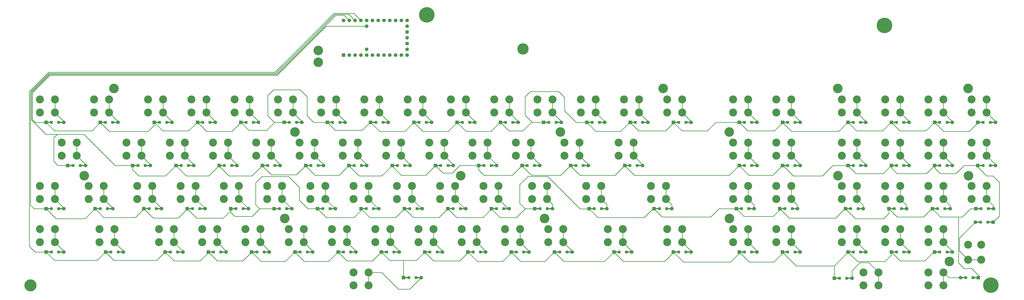
<source format=gbl>
%TF.GenerationSoftware,KiCad,Pcbnew,5.1.9-1.fc33*%
%TF.CreationDate,2021-04-02T14:54:25-04:00*%
%TF.ProjectId,pcb,7063622e-6b69-4636-9164-5f7063625858,rev?*%
%TF.SameCoordinates,Original*%
%TF.FileFunction,Copper,L2,Bot*%
%TF.FilePolarity,Positive*%
%FSLAX46Y46*%
G04 Gerber Fmt 4.6, Leading zero omitted, Abs format (unit mm)*
G04 Created by KiCad (PCBNEW 5.1.9-1.fc33) date 2021-04-02 14:54:25*
%MOMM*%
%LPD*%
G01*
G04 APERTURE LIST*
%TA.AperFunction,ComponentPad*%
%ADD10C,4.200000*%
%TD*%
%TA.AperFunction,ComponentPad*%
%ADD11C,5.300000*%
%TD*%
%TA.AperFunction,ComponentPad*%
%ADD12C,5.000000*%
%TD*%
%TA.AperFunction,ComponentPad*%
%ADD13C,6.800000*%
%TD*%
%TA.AperFunction,SMDPad,CuDef*%
%ADD14R,2.500000X0.500000*%
%TD*%
%TA.AperFunction,ComponentPad*%
%ADD15C,1.600000*%
%TD*%
%TA.AperFunction,ComponentPad*%
%ADD16R,1.600000X1.600000*%
%TD*%
%TA.AperFunction,SMDPad,CuDef*%
%ADD17R,1.200000X1.200000*%
%TD*%
%TA.AperFunction,ComponentPad*%
%ADD18C,3.500000*%
%TD*%
%TA.AperFunction,Conductor*%
%ADD19C,0.250000*%
%TD*%
G04 APERTURE END LIST*
D10*
%TO.P,3.0mm,1*%
%TO.N,N/C*%
X482208000Y-247880000D03*
%TD*%
%TO.P,3.0mm,1*%
%TO.N,N/C*%
X190308000Y-228980000D03*
%TD*%
%TO.P,3.0mm,1*%
%TO.N,N/C*%
X304408000Y-228980000D03*
%TD*%
%TO.P,3.0mm,1*%
%TO.N,N/C*%
X385608000Y-228980000D03*
%TD*%
%TO.P,3.0mm,1*%
%TO.N,N/C*%
X102208000Y-210180000D03*
%TD*%
%TO.P,3.0mm,1*%
%TO.N,N/C*%
X267608000Y-210180000D03*
%TD*%
%TO.P,3.0mm,1*%
%TO.N,N/C*%
X433308000Y-210180000D03*
%TD*%
%TO.P,3.0mm,1*%
%TO.N,N/C*%
X490608000Y-210180000D03*
%TD*%
%TO.P,3.0mm,1*%
%TO.N,N/C*%
X194808000Y-190980000D03*
%TD*%
%TO.P,3.0mm,1*%
%TO.N,N/C*%
X311408000Y-190980000D03*
%TD*%
%TO.P,3.0mm,1*%
%TO.N,N/C*%
X385508000Y-190980000D03*
%TD*%
%TO.P,3.0mm,1*%
%TO.N,N/C*%
X115308000Y-171880000D03*
%TD*%
%TO.P,3.0mm,1*%
%TO.N,N/C*%
X356508000Y-171880000D03*
%TD*%
%TO.P,3.0mm,1*%
%TO.N,N/C*%
X433208000Y-171880000D03*
%TD*%
%TO.P,3.0mm,1*%
%TO.N,N/C*%
X490408000Y-171880000D03*
%TD*%
%TO.P,3.0mm,1*%
%TO.N,N/C*%
X205008000Y-160380000D03*
%TD*%
%TO.P,3.0mm,1*%
%TO.N,N/C*%
X205008000Y-155180000D03*
%TD*%
D11*
%TO.P,4.1mm,1*%
%TO.N,N/C*%
X78608000Y-258380000D03*
%TD*%
D12*
%TO.P,3.8mm,1*%
%TO.N,N/C*%
X294908000Y-154480000D03*
%TD*%
D13*
%TO.P,5.6mm,1*%
%TO.N,N/C*%
X500408000Y-258280000D03*
%TD*%
%TO.P,5.6mm,1*%
%TO.N,N/C*%
X252708000Y-139480000D03*
%TD*%
%TO.P,5.6mm,1*%
%TO.N,N/C*%
X453708000Y-144180000D03*
%TD*%
D14*
%TO.P,D0,2*%
%TO.N,Net-(D0-Pad2)*%
X92108000Y-186730000D03*
%TO.P,D0,1*%
%TO.N,/row0*%
X86708000Y-186730000D03*
D15*
%TO.P,D0,2*%
%TO.N,Net-(D0-Pad2)*%
X93308000Y-186730000D03*
D16*
%TO.P,D0,1*%
%TO.N,/row0*%
X85508000Y-186730000D03*
D17*
X87833000Y-186730000D03*
%TO.P,D0,2*%
%TO.N,Net-(D0-Pad2)*%
X90983000Y-186730000D03*
%TD*%
D14*
%TO.P,D1,2*%
%TO.N,Net-(D1-Pad2)*%
X115858000Y-186730000D03*
%TO.P,D1,1*%
%TO.N,/row0*%
X110458000Y-186730000D03*
D15*
%TO.P,D1,2*%
%TO.N,Net-(D1-Pad2)*%
X117058000Y-186730000D03*
D16*
%TO.P,D1,1*%
%TO.N,/row0*%
X109258000Y-186730000D03*
D17*
X111583000Y-186730000D03*
%TO.P,D1,2*%
%TO.N,Net-(D1-Pad2)*%
X114733000Y-186730000D03*
%TD*%
D14*
%TO.P,D2,2*%
%TO.N,Net-(D2-Pad2)*%
X139608000Y-186730000D03*
%TO.P,D2,1*%
%TO.N,/row0*%
X134208000Y-186730000D03*
D15*
%TO.P,D2,2*%
%TO.N,Net-(D2-Pad2)*%
X140808000Y-186730000D03*
D16*
%TO.P,D2,1*%
%TO.N,/row0*%
X133008000Y-186730000D03*
D17*
X135333000Y-186730000D03*
%TO.P,D2,2*%
%TO.N,Net-(D2-Pad2)*%
X138483000Y-186730000D03*
%TD*%
D14*
%TO.P,D3,2*%
%TO.N,Net-(D3-Pad2)*%
X158608000Y-186730000D03*
%TO.P,D3,1*%
%TO.N,/row0*%
X153208000Y-186730000D03*
D15*
%TO.P,D3,2*%
%TO.N,Net-(D3-Pad2)*%
X159808000Y-186730000D03*
D16*
%TO.P,D3,1*%
%TO.N,/row0*%
X152008000Y-186730000D03*
D17*
X154333000Y-186730000D03*
%TO.P,D3,2*%
%TO.N,Net-(D3-Pad2)*%
X157483000Y-186730000D03*
%TD*%
D14*
%TO.P,D4,2*%
%TO.N,Net-(D4-Pad2)*%
X177608000Y-186730000D03*
%TO.P,D4,1*%
%TO.N,/row0*%
X172208000Y-186730000D03*
D15*
%TO.P,D4,2*%
%TO.N,Net-(D4-Pad2)*%
X178808000Y-186730000D03*
D16*
%TO.P,D4,1*%
%TO.N,/row0*%
X171008000Y-186730000D03*
D17*
X173333000Y-186730000D03*
%TO.P,D4,2*%
%TO.N,Net-(D4-Pad2)*%
X176483000Y-186730000D03*
%TD*%
D14*
%TO.P,D5,2*%
%TO.N,Net-(D5-Pad2)*%
X196608000Y-186730000D03*
%TO.P,D5,1*%
%TO.N,/row0*%
X191208000Y-186730000D03*
D15*
%TO.P,D5,2*%
%TO.N,Net-(D5-Pad2)*%
X197808000Y-186730000D03*
D16*
%TO.P,D5,1*%
%TO.N,/row0*%
X190008000Y-186730000D03*
D17*
X192333000Y-186730000D03*
%TO.P,D5,2*%
%TO.N,Net-(D5-Pad2)*%
X195483000Y-186730000D03*
%TD*%
D14*
%TO.P,D6,2*%
%TO.N,Net-(D6-Pad2)*%
X215608000Y-186730000D03*
%TO.P,D6,1*%
%TO.N,/row0*%
X210208000Y-186730000D03*
D15*
%TO.P,D6,2*%
%TO.N,Net-(D6-Pad2)*%
X216808000Y-186730000D03*
D16*
%TO.P,D6,1*%
%TO.N,/row0*%
X209008000Y-186730000D03*
D17*
X211333000Y-186730000D03*
%TO.P,D6,2*%
%TO.N,Net-(D6-Pad2)*%
X214483000Y-186730000D03*
%TD*%
D14*
%TO.P,D7,2*%
%TO.N,Net-(D7-Pad2)*%
X234608000Y-186730000D03*
%TO.P,D7,1*%
%TO.N,/row0*%
X229208000Y-186730000D03*
D15*
%TO.P,D7,2*%
%TO.N,Net-(D7-Pad2)*%
X235808000Y-186730000D03*
D16*
%TO.P,D7,1*%
%TO.N,/row0*%
X228008000Y-186730000D03*
D17*
X230333000Y-186730000D03*
%TO.P,D7,2*%
%TO.N,Net-(D7-Pad2)*%
X233483000Y-186730000D03*
%TD*%
D14*
%TO.P,D8,2*%
%TO.N,Net-(D8-Pad2)*%
X253608000Y-186730000D03*
%TO.P,D8,1*%
%TO.N,/row0*%
X248208000Y-186730000D03*
D15*
%TO.P,D8,2*%
%TO.N,Net-(D8-Pad2)*%
X254808000Y-186730000D03*
D16*
%TO.P,D8,1*%
%TO.N,/row0*%
X247008000Y-186730000D03*
D17*
X249333000Y-186730000D03*
%TO.P,D8,2*%
%TO.N,Net-(D8-Pad2)*%
X252483000Y-186730000D03*
%TD*%
D14*
%TO.P,D9,2*%
%TO.N,Net-(D9-Pad2)*%
X272608000Y-186730000D03*
%TO.P,D9,1*%
%TO.N,/row0*%
X267208000Y-186730000D03*
D15*
%TO.P,D9,2*%
%TO.N,Net-(D9-Pad2)*%
X273808000Y-186730000D03*
D16*
%TO.P,D9,1*%
%TO.N,/row0*%
X266008000Y-186730000D03*
D17*
X268333000Y-186730000D03*
%TO.P,D9,2*%
%TO.N,Net-(D9-Pad2)*%
X271483000Y-186730000D03*
%TD*%
D14*
%TO.P,D10,2*%
%TO.N,Net-(D10-Pad2)*%
X291608000Y-186730000D03*
%TO.P,D10,1*%
%TO.N,/row0*%
X286208000Y-186730000D03*
D15*
%TO.P,D10,2*%
%TO.N,Net-(D10-Pad2)*%
X292808000Y-186730000D03*
D16*
%TO.P,D10,1*%
%TO.N,/row0*%
X285008000Y-186730000D03*
D17*
X287333000Y-186730000D03*
%TO.P,D10,2*%
%TO.N,Net-(D10-Pad2)*%
X290483000Y-186730000D03*
%TD*%
D14*
%TO.P,D11,2*%
%TO.N,Net-(D11-Pad2)*%
X310608000Y-186730000D03*
%TO.P,D11,1*%
%TO.N,/row0*%
X305208000Y-186730000D03*
D15*
%TO.P,D11,2*%
%TO.N,Net-(D11-Pad2)*%
X311808000Y-186730000D03*
D16*
%TO.P,D11,1*%
%TO.N,/row0*%
X304008000Y-186730000D03*
D17*
X306333000Y-186730000D03*
%TO.P,D11,2*%
%TO.N,Net-(D11-Pad2)*%
X309483000Y-186730000D03*
%TD*%
D14*
%TO.P,D12,2*%
%TO.N,Net-(D12-Pad2)*%
X329608000Y-186730000D03*
%TO.P,D12,1*%
%TO.N,/row0*%
X324208000Y-186730000D03*
D15*
%TO.P,D12,2*%
%TO.N,Net-(D12-Pad2)*%
X330808000Y-186730000D03*
D16*
%TO.P,D12,1*%
%TO.N,/row0*%
X323008000Y-186730000D03*
D17*
X325333000Y-186730000D03*
%TO.P,D12,2*%
%TO.N,Net-(D12-Pad2)*%
X328483000Y-186730000D03*
%TD*%
D14*
%TO.P,D13,2*%
%TO.N,Net-(D13-Pad2)*%
X348608000Y-186730000D03*
%TO.P,D13,1*%
%TO.N,/row0*%
X343208000Y-186730000D03*
D15*
%TO.P,D13,2*%
%TO.N,Net-(D13-Pad2)*%
X349808000Y-186730000D03*
D16*
%TO.P,D13,1*%
%TO.N,/row0*%
X342008000Y-186730000D03*
D17*
X344333000Y-186730000D03*
%TO.P,D13,2*%
%TO.N,Net-(D13-Pad2)*%
X347483000Y-186730000D03*
%TD*%
D14*
%TO.P,D14,2*%
%TO.N,Net-(D14-Pad2)*%
X367608000Y-186730000D03*
%TO.P,D14,1*%
%TO.N,/row0*%
X362208000Y-186730000D03*
D15*
%TO.P,D14,2*%
%TO.N,Net-(D14-Pad2)*%
X368808000Y-186730000D03*
D16*
%TO.P,D14,1*%
%TO.N,/row0*%
X361008000Y-186730000D03*
D17*
X363333000Y-186730000D03*
%TO.P,D14,2*%
%TO.N,Net-(D14-Pad2)*%
X366483000Y-186730000D03*
%TD*%
D14*
%TO.P,D15,2*%
%TO.N,Net-(D15-Pad2)*%
X396508000Y-186730000D03*
%TO.P,D15,1*%
%TO.N,/row0*%
X391108000Y-186730000D03*
D15*
%TO.P,D15,2*%
%TO.N,Net-(D15-Pad2)*%
X397708000Y-186730000D03*
D16*
%TO.P,D15,1*%
%TO.N,/row0*%
X389908000Y-186730000D03*
D17*
X392233000Y-186730000D03*
%TO.P,D15,2*%
%TO.N,Net-(D15-Pad2)*%
X395383000Y-186730000D03*
%TD*%
D14*
%TO.P,D16,2*%
%TO.N,Net-(D16-Pad2)*%
X415508000Y-186730000D03*
%TO.P,D16,1*%
%TO.N,/row0*%
X410108000Y-186730000D03*
D15*
%TO.P,D16,2*%
%TO.N,Net-(D16-Pad2)*%
X416708000Y-186730000D03*
D16*
%TO.P,D16,1*%
%TO.N,/row0*%
X408908000Y-186730000D03*
D17*
X411233000Y-186730000D03*
%TO.P,D16,2*%
%TO.N,Net-(D16-Pad2)*%
X414383000Y-186730000D03*
%TD*%
D14*
%TO.P,D17,2*%
%TO.N,Net-(D17-Pad2)*%
X444308000Y-186730000D03*
%TO.P,D17,1*%
%TO.N,/row0*%
X438908000Y-186730000D03*
D15*
%TO.P,D17,2*%
%TO.N,Net-(D17-Pad2)*%
X445508000Y-186730000D03*
D16*
%TO.P,D17,1*%
%TO.N,/row0*%
X437708000Y-186730000D03*
D17*
X440033000Y-186730000D03*
%TO.P,D17,2*%
%TO.N,Net-(D17-Pad2)*%
X443183000Y-186730000D03*
%TD*%
D14*
%TO.P,D18,2*%
%TO.N,Net-(D18-Pad2)*%
X463308000Y-186730000D03*
%TO.P,D18,1*%
%TO.N,/row0*%
X457908000Y-186730000D03*
D15*
%TO.P,D18,2*%
%TO.N,Net-(D18-Pad2)*%
X464508000Y-186730000D03*
D16*
%TO.P,D18,1*%
%TO.N,/row0*%
X456708000Y-186730000D03*
D17*
X459033000Y-186730000D03*
%TO.P,D18,2*%
%TO.N,Net-(D18-Pad2)*%
X462183000Y-186730000D03*
%TD*%
D14*
%TO.P,D19,2*%
%TO.N,Net-(D19-Pad2)*%
X482308000Y-186730000D03*
%TO.P,D19,1*%
%TO.N,/row0*%
X476908000Y-186730000D03*
D15*
%TO.P,D19,2*%
%TO.N,Net-(D19-Pad2)*%
X483508000Y-186730000D03*
D16*
%TO.P,D19,1*%
%TO.N,/row0*%
X475708000Y-186730000D03*
D17*
X478033000Y-186730000D03*
%TO.P,D19,2*%
%TO.N,Net-(D19-Pad2)*%
X481183000Y-186730000D03*
%TD*%
D14*
%TO.P,D20,2*%
%TO.N,Net-(D20-Pad2)*%
X501308000Y-186730000D03*
%TO.P,D20,1*%
%TO.N,/row0*%
X495908000Y-186730000D03*
D15*
%TO.P,D20,2*%
%TO.N,Net-(D20-Pad2)*%
X502508000Y-186730000D03*
D16*
%TO.P,D20,1*%
%TO.N,/row0*%
X494708000Y-186730000D03*
D17*
X497033000Y-186730000D03*
%TO.P,D20,2*%
%TO.N,Net-(D20-Pad2)*%
X500183000Y-186730000D03*
%TD*%
D14*
%TO.P,D21,2*%
%TO.N,Net-(D21-Pad2)*%
X101608000Y-205730000D03*
%TO.P,D21,1*%
%TO.N,/row1*%
X96208000Y-205730000D03*
D15*
%TO.P,D21,2*%
%TO.N,Net-(D21-Pad2)*%
X102808000Y-205730000D03*
D16*
%TO.P,D21,1*%
%TO.N,/row1*%
X95008000Y-205730000D03*
D17*
X97333000Y-205730000D03*
%TO.P,D21,2*%
%TO.N,Net-(D21-Pad2)*%
X100483000Y-205730000D03*
%TD*%
D14*
%TO.P,D22,2*%
%TO.N,Net-(D22-Pad2)*%
X130108000Y-205730000D03*
%TO.P,D22,1*%
%TO.N,/row1*%
X124708000Y-205730000D03*
D15*
%TO.P,D22,2*%
%TO.N,Net-(D22-Pad2)*%
X131308000Y-205730000D03*
D16*
%TO.P,D22,1*%
%TO.N,/row1*%
X123508000Y-205730000D03*
D17*
X125833000Y-205730000D03*
%TO.P,D22,2*%
%TO.N,Net-(D22-Pad2)*%
X128983000Y-205730000D03*
%TD*%
D14*
%TO.P,D23,2*%
%TO.N,Net-(D23-Pad2)*%
X149108000Y-205730000D03*
%TO.P,D23,1*%
%TO.N,/row1*%
X143708000Y-205730000D03*
D15*
%TO.P,D23,2*%
%TO.N,Net-(D23-Pad2)*%
X150308000Y-205730000D03*
D16*
%TO.P,D23,1*%
%TO.N,/row1*%
X142508000Y-205730000D03*
D17*
X144833000Y-205730000D03*
%TO.P,D23,2*%
%TO.N,Net-(D23-Pad2)*%
X147983000Y-205730000D03*
%TD*%
D14*
%TO.P,D24,2*%
%TO.N,Net-(D24-Pad2)*%
X168108000Y-205730000D03*
%TO.P,D24,1*%
%TO.N,/row1*%
X162708000Y-205730000D03*
D15*
%TO.P,D24,2*%
%TO.N,Net-(D24-Pad2)*%
X169308000Y-205730000D03*
D16*
%TO.P,D24,1*%
%TO.N,/row1*%
X161508000Y-205730000D03*
D17*
X163833000Y-205730000D03*
%TO.P,D24,2*%
%TO.N,Net-(D24-Pad2)*%
X166983000Y-205730000D03*
%TD*%
D14*
%TO.P,D25,2*%
%TO.N,Net-(D25-Pad2)*%
X187108000Y-205730000D03*
%TO.P,D25,1*%
%TO.N,/row1*%
X181708000Y-205730000D03*
D15*
%TO.P,D25,2*%
%TO.N,Net-(D25-Pad2)*%
X188308000Y-205730000D03*
D16*
%TO.P,D25,1*%
%TO.N,/row1*%
X180508000Y-205730000D03*
D17*
X182833000Y-205730000D03*
%TO.P,D25,2*%
%TO.N,Net-(D25-Pad2)*%
X185983000Y-205730000D03*
%TD*%
D14*
%TO.P,D26,2*%
%TO.N,Net-(D26-Pad2)*%
X206108000Y-205730000D03*
%TO.P,D26,1*%
%TO.N,/row1*%
X200708000Y-205730000D03*
D15*
%TO.P,D26,2*%
%TO.N,Net-(D26-Pad2)*%
X207308000Y-205730000D03*
D16*
%TO.P,D26,1*%
%TO.N,/row1*%
X199508000Y-205730000D03*
D17*
X201833000Y-205730000D03*
%TO.P,D26,2*%
%TO.N,Net-(D26-Pad2)*%
X204983000Y-205730000D03*
%TD*%
D14*
%TO.P,D27,2*%
%TO.N,Net-(D27-Pad2)*%
X225108000Y-205730000D03*
%TO.P,D27,1*%
%TO.N,/row1*%
X219708000Y-205730000D03*
D15*
%TO.P,D27,2*%
%TO.N,Net-(D27-Pad2)*%
X226308000Y-205730000D03*
D16*
%TO.P,D27,1*%
%TO.N,/row1*%
X218508000Y-205730000D03*
D17*
X220833000Y-205730000D03*
%TO.P,D27,2*%
%TO.N,Net-(D27-Pad2)*%
X223983000Y-205730000D03*
%TD*%
D14*
%TO.P,D28,2*%
%TO.N,Net-(D28-Pad2)*%
X244108000Y-205730000D03*
%TO.P,D28,1*%
%TO.N,/row1*%
X238708000Y-205730000D03*
D15*
%TO.P,D28,2*%
%TO.N,Net-(D28-Pad2)*%
X245308000Y-205730000D03*
D16*
%TO.P,D28,1*%
%TO.N,/row1*%
X237508000Y-205730000D03*
D17*
X239833000Y-205730000D03*
%TO.P,D28,2*%
%TO.N,Net-(D28-Pad2)*%
X242983000Y-205730000D03*
%TD*%
D14*
%TO.P,D29,2*%
%TO.N,Net-(D29-Pad2)*%
X263108000Y-205730000D03*
%TO.P,D29,1*%
%TO.N,/row1*%
X257708000Y-205730000D03*
D15*
%TO.P,D29,2*%
%TO.N,Net-(D29-Pad2)*%
X264308000Y-205730000D03*
D16*
%TO.P,D29,1*%
%TO.N,/row1*%
X256508000Y-205730000D03*
D17*
X258833000Y-205730000D03*
%TO.P,D29,2*%
%TO.N,Net-(D29-Pad2)*%
X261983000Y-205730000D03*
%TD*%
D14*
%TO.P,D30,2*%
%TO.N,Net-(D30-Pad2)*%
X282108000Y-205730000D03*
%TO.P,D30,1*%
%TO.N,/row1*%
X276708000Y-205730000D03*
D15*
%TO.P,D30,2*%
%TO.N,Net-(D30-Pad2)*%
X283308000Y-205730000D03*
D16*
%TO.P,D30,1*%
%TO.N,/row1*%
X275508000Y-205730000D03*
D17*
X277833000Y-205730000D03*
%TO.P,D30,2*%
%TO.N,Net-(D30-Pad2)*%
X280983000Y-205730000D03*
%TD*%
D14*
%TO.P,D31,2*%
%TO.N,Net-(D31-Pad2)*%
X301108000Y-205730000D03*
%TO.P,D31,1*%
%TO.N,/row1*%
X295708000Y-205730000D03*
D15*
%TO.P,D31,2*%
%TO.N,Net-(D31-Pad2)*%
X302308000Y-205730000D03*
D16*
%TO.P,D31,1*%
%TO.N,/row1*%
X294508000Y-205730000D03*
D17*
X296833000Y-205730000D03*
%TO.P,D31,2*%
%TO.N,Net-(D31-Pad2)*%
X299983000Y-205730000D03*
%TD*%
D14*
%TO.P,D32,2*%
%TO.N,Net-(D32-Pad2)*%
X322483000Y-205730000D03*
%TO.P,D32,1*%
%TO.N,/row1*%
X317083000Y-205730000D03*
D15*
%TO.P,D32,2*%
%TO.N,Net-(D32-Pad2)*%
X323683000Y-205730000D03*
D16*
%TO.P,D32,1*%
%TO.N,/row1*%
X315883000Y-205730000D03*
D17*
X318208000Y-205730000D03*
%TO.P,D32,2*%
%TO.N,Net-(D32-Pad2)*%
X321358000Y-205730000D03*
%TD*%
D14*
%TO.P,D33,2*%
%TO.N,Net-(D33-Pad2)*%
X346233000Y-205730000D03*
%TO.P,D33,1*%
%TO.N,/row1*%
X340833000Y-205730000D03*
D15*
%TO.P,D33,2*%
%TO.N,Net-(D33-Pad2)*%
X347433000Y-205730000D03*
D16*
%TO.P,D33,1*%
%TO.N,/row1*%
X339633000Y-205730000D03*
D17*
X341958000Y-205730000D03*
%TO.P,D33,2*%
%TO.N,Net-(D33-Pad2)*%
X345108000Y-205730000D03*
%TD*%
D14*
%TO.P,D34,2*%
%TO.N,Net-(D34-Pad2)*%
X396508000Y-205730000D03*
%TO.P,D34,1*%
%TO.N,/row1*%
X391108000Y-205730000D03*
D15*
%TO.P,D34,2*%
%TO.N,Net-(D34-Pad2)*%
X397708000Y-205730000D03*
D16*
%TO.P,D34,1*%
%TO.N,/row1*%
X389908000Y-205730000D03*
D17*
X392233000Y-205730000D03*
%TO.P,D34,2*%
%TO.N,Net-(D34-Pad2)*%
X395383000Y-205730000D03*
%TD*%
D14*
%TO.P,D35,2*%
%TO.N,Net-(D35-Pad2)*%
X415508000Y-205730000D03*
%TO.P,D35,1*%
%TO.N,/row1*%
X410108000Y-205730000D03*
D15*
%TO.P,D35,2*%
%TO.N,Net-(D35-Pad2)*%
X416708000Y-205730000D03*
D16*
%TO.P,D35,1*%
%TO.N,/row1*%
X408908000Y-205730000D03*
D17*
X411233000Y-205730000D03*
%TO.P,D35,2*%
%TO.N,Net-(D35-Pad2)*%
X414383000Y-205730000D03*
%TD*%
D14*
%TO.P,D36,2*%
%TO.N,Net-(D36-Pad2)*%
X444308000Y-205730000D03*
%TO.P,D36,1*%
%TO.N,/row1*%
X438908000Y-205730000D03*
D15*
%TO.P,D36,2*%
%TO.N,Net-(D36-Pad2)*%
X445508000Y-205730000D03*
D16*
%TO.P,D36,1*%
%TO.N,/row1*%
X437708000Y-205730000D03*
D17*
X440033000Y-205730000D03*
%TO.P,D36,2*%
%TO.N,Net-(D36-Pad2)*%
X443183000Y-205730000D03*
%TD*%
D14*
%TO.P,D37,2*%
%TO.N,Net-(D37-Pad2)*%
X463308000Y-205730000D03*
%TO.P,D37,1*%
%TO.N,/row1*%
X457908000Y-205730000D03*
D15*
%TO.P,D37,2*%
%TO.N,Net-(D37-Pad2)*%
X464508000Y-205730000D03*
D16*
%TO.P,D37,1*%
%TO.N,/row1*%
X456708000Y-205730000D03*
D17*
X459033000Y-205730000D03*
%TO.P,D37,2*%
%TO.N,Net-(D37-Pad2)*%
X462183000Y-205730000D03*
%TD*%
D14*
%TO.P,D38,2*%
%TO.N,Net-(D38-Pad2)*%
X482308000Y-205730000D03*
%TO.P,D38,1*%
%TO.N,/row1*%
X476908000Y-205730000D03*
D15*
%TO.P,D38,2*%
%TO.N,Net-(D38-Pad2)*%
X483508000Y-205730000D03*
D16*
%TO.P,D38,1*%
%TO.N,/row1*%
X475708000Y-205730000D03*
D17*
X478033000Y-205730000D03*
%TO.P,D38,2*%
%TO.N,Net-(D38-Pad2)*%
X481183000Y-205730000D03*
%TD*%
D14*
%TO.P,D39,2*%
%TO.N,Net-(D39-Pad2)*%
X501308000Y-205730000D03*
%TO.P,D39,1*%
%TO.N,/row1*%
X495908000Y-205730000D03*
D15*
%TO.P,D39,2*%
%TO.N,Net-(D39-Pad2)*%
X502508000Y-205730000D03*
D16*
%TO.P,D39,1*%
%TO.N,/row1*%
X494708000Y-205730000D03*
D17*
X497033000Y-205730000D03*
%TO.P,D39,2*%
%TO.N,Net-(D39-Pad2)*%
X500183000Y-205730000D03*
%TD*%
D14*
%TO.P,D41,2*%
%TO.N,Net-(D41-Pad2)*%
X494824000Y-230632000D03*
%TO.P,D41,1*%
%TO.N,/row1*%
X500224000Y-230632000D03*
D15*
%TO.P,D41,2*%
%TO.N,Net-(D41-Pad2)*%
X493624000Y-230632000D03*
D16*
%TO.P,D41,1*%
%TO.N,/row1*%
X501424000Y-230632000D03*
D17*
X499099000Y-230632000D03*
%TO.P,D41,2*%
%TO.N,Net-(D41-Pad2)*%
X495949000Y-230632000D03*
%TD*%
D14*
%TO.P,D42,2*%
%TO.N,Net-(D42-Pad2)*%
X92108000Y-224730000D03*
%TO.P,D42,1*%
%TO.N,/row2*%
X86708000Y-224730000D03*
D15*
%TO.P,D42,2*%
%TO.N,Net-(D42-Pad2)*%
X93308000Y-224730000D03*
D16*
%TO.P,D42,1*%
%TO.N,/row2*%
X85508000Y-224730000D03*
D17*
X87833000Y-224730000D03*
%TO.P,D42,2*%
%TO.N,Net-(D42-Pad2)*%
X90983000Y-224730000D03*
%TD*%
D14*
%TO.P,D43,2*%
%TO.N,Net-(D43-Pad2)*%
X113561750Y-224730000D03*
%TO.P,D43,1*%
%TO.N,/row2*%
X108161750Y-224730000D03*
D15*
%TO.P,D43,2*%
%TO.N,Net-(D43-Pad2)*%
X114761750Y-224730000D03*
D16*
%TO.P,D43,1*%
%TO.N,/row2*%
X106961750Y-224730000D03*
D17*
X109286750Y-224730000D03*
%TO.P,D43,2*%
%TO.N,Net-(D43-Pad2)*%
X112436750Y-224730000D03*
%TD*%
D14*
%TO.P,D44,2*%
%TO.N,Net-(D44-Pad2)*%
X135015500Y-224730000D03*
%TO.P,D44,1*%
%TO.N,/row2*%
X129615500Y-224730000D03*
D15*
%TO.P,D44,2*%
%TO.N,Net-(D44-Pad2)*%
X136215500Y-224730000D03*
D16*
%TO.P,D44,1*%
%TO.N,/row2*%
X128415500Y-224730000D03*
D17*
X130740500Y-224730000D03*
%TO.P,D44,2*%
%TO.N,Net-(D44-Pad2)*%
X133890500Y-224730000D03*
%TD*%
D14*
%TO.P,D45,2*%
%TO.N,Net-(D45-Pad2)*%
X154094250Y-224730000D03*
%TO.P,D45,1*%
%TO.N,/row2*%
X148694250Y-224730000D03*
D15*
%TO.P,D45,2*%
%TO.N,Net-(D45-Pad2)*%
X155294250Y-224730000D03*
D16*
%TO.P,D45,1*%
%TO.N,/row2*%
X147494250Y-224730000D03*
D17*
X149819250Y-224730000D03*
%TO.P,D45,2*%
%TO.N,Net-(D45-Pad2)*%
X152969250Y-224730000D03*
%TD*%
D14*
%TO.P,D46,2*%
%TO.N,Net-(D46-Pad2)*%
X173173000Y-224730000D03*
%TO.P,D46,1*%
%TO.N,/row2*%
X167773000Y-224730000D03*
D15*
%TO.P,D46,2*%
%TO.N,Net-(D46-Pad2)*%
X174373000Y-224730000D03*
D16*
%TO.P,D46,1*%
%TO.N,/row2*%
X166573000Y-224730000D03*
D17*
X168898000Y-224730000D03*
%TO.P,D46,2*%
%TO.N,Net-(D46-Pad2)*%
X172048000Y-224730000D03*
%TD*%
D14*
%TO.P,D47,2*%
%TO.N,Net-(D47-Pad2)*%
X192251750Y-224730000D03*
%TO.P,D47,1*%
%TO.N,/row2*%
X186851750Y-224730000D03*
D15*
%TO.P,D47,2*%
%TO.N,Net-(D47-Pad2)*%
X193451750Y-224730000D03*
D16*
%TO.P,D47,1*%
%TO.N,/row2*%
X185651750Y-224730000D03*
D17*
X187976750Y-224730000D03*
%TO.P,D47,2*%
%TO.N,Net-(D47-Pad2)*%
X191126750Y-224730000D03*
%TD*%
D14*
%TO.P,D49,2*%
%TO.N,Net-(D49-Pad2)*%
X211330500Y-224730000D03*
%TO.P,D49,1*%
%TO.N,/row2*%
X205930500Y-224730000D03*
D15*
%TO.P,D49,2*%
%TO.N,Net-(D49-Pad2)*%
X212530500Y-224730000D03*
D16*
%TO.P,D49,1*%
%TO.N,/row2*%
X204730500Y-224730000D03*
D17*
X207055500Y-224730000D03*
%TO.P,D49,2*%
%TO.N,Net-(D49-Pad2)*%
X210205500Y-224730000D03*
%TD*%
D14*
%TO.P,D50,2*%
%TO.N,Net-(D50-Pad2)*%
X230409250Y-224730000D03*
%TO.P,D50,1*%
%TO.N,/row2*%
X225009250Y-224730000D03*
D15*
%TO.P,D50,2*%
%TO.N,Net-(D50-Pad2)*%
X231609250Y-224730000D03*
D16*
%TO.P,D50,1*%
%TO.N,/row2*%
X223809250Y-224730000D03*
D17*
X226134250Y-224730000D03*
%TO.P,D50,2*%
%TO.N,Net-(D50-Pad2)*%
X229284250Y-224730000D03*
%TD*%
D14*
%TO.P,D51,2*%
%TO.N,Net-(D51-Pad2)*%
X249488000Y-224730000D03*
%TO.P,D51,1*%
%TO.N,/row2*%
X244088000Y-224730000D03*
D15*
%TO.P,D51,2*%
%TO.N,Net-(D51-Pad2)*%
X250688000Y-224730000D03*
D16*
%TO.P,D51,1*%
%TO.N,/row2*%
X242888000Y-224730000D03*
D17*
X245213000Y-224730000D03*
%TO.P,D51,2*%
%TO.N,Net-(D51-Pad2)*%
X248363000Y-224730000D03*
%TD*%
D14*
%TO.P,D52,2*%
%TO.N,Net-(D52-Pad2)*%
X268566750Y-224730000D03*
%TO.P,D52,1*%
%TO.N,/row2*%
X263166750Y-224730000D03*
D15*
%TO.P,D52,2*%
%TO.N,Net-(D52-Pad2)*%
X269766750Y-224730000D03*
D16*
%TO.P,D52,1*%
%TO.N,/row2*%
X261966750Y-224730000D03*
D17*
X264291750Y-224730000D03*
%TO.P,D52,2*%
%TO.N,Net-(D52-Pad2)*%
X267441750Y-224730000D03*
%TD*%
D14*
%TO.P,D53,2*%
%TO.N,Net-(D53-Pad2)*%
X287645500Y-224730000D03*
%TO.P,D53,1*%
%TO.N,/row2*%
X282245500Y-224730000D03*
D15*
%TO.P,D53,2*%
%TO.N,Net-(D53-Pad2)*%
X288845500Y-224730000D03*
D16*
%TO.P,D53,1*%
%TO.N,/row2*%
X281045500Y-224730000D03*
D17*
X283370500Y-224730000D03*
%TO.P,D53,2*%
%TO.N,Net-(D53-Pad2)*%
X286520500Y-224730000D03*
%TD*%
D14*
%TO.P,D54,2*%
%TO.N,Net-(D54-Pad2)*%
X306724250Y-224730000D03*
%TO.P,D54,1*%
%TO.N,/row2*%
X301324250Y-224730000D03*
D15*
%TO.P,D54,2*%
%TO.N,Net-(D54-Pad2)*%
X307924250Y-224730000D03*
D16*
%TO.P,D54,1*%
%TO.N,/row2*%
X300124250Y-224730000D03*
D17*
X302449250Y-224730000D03*
%TO.P,D54,2*%
%TO.N,Net-(D54-Pad2)*%
X305599250Y-224730000D03*
%TD*%
D14*
%TO.P,D55,2*%
%TO.N,Net-(D55-Pad2)*%
X330553000Y-224730000D03*
%TO.P,D55,1*%
%TO.N,/row2*%
X325153000Y-224730000D03*
D15*
%TO.P,D55,2*%
%TO.N,Net-(D55-Pad2)*%
X331753000Y-224730000D03*
D16*
%TO.P,D55,1*%
%TO.N,/row2*%
X323953000Y-224730000D03*
D17*
X326278000Y-224730000D03*
%TO.P,D55,2*%
%TO.N,Net-(D55-Pad2)*%
X329428000Y-224730000D03*
%TD*%
D14*
%TO.P,D56,2*%
%TO.N,Net-(D56-Pad2)*%
X359131750Y-224730000D03*
%TO.P,D56,1*%
%TO.N,/row2*%
X353731750Y-224730000D03*
D15*
%TO.P,D56,2*%
%TO.N,Net-(D56-Pad2)*%
X360331750Y-224730000D03*
D16*
%TO.P,D56,1*%
%TO.N,/row2*%
X352531750Y-224730000D03*
D17*
X354856750Y-224730000D03*
%TO.P,D56,2*%
%TO.N,Net-(D56-Pad2)*%
X358006750Y-224730000D03*
%TD*%
D14*
%TO.P,D57,2*%
%TO.N,Net-(D57-Pad2)*%
X395235500Y-224730000D03*
%TO.P,D57,1*%
%TO.N,/row2*%
X389835500Y-224730000D03*
D15*
%TO.P,D57,2*%
%TO.N,Net-(D57-Pad2)*%
X396435500Y-224730000D03*
D16*
%TO.P,D57,1*%
%TO.N,/row2*%
X388635500Y-224730000D03*
D17*
X390960500Y-224730000D03*
%TO.P,D57,2*%
%TO.N,Net-(D57-Pad2)*%
X394110500Y-224730000D03*
%TD*%
D14*
%TO.P,D58,2*%
%TO.N,Net-(D58-Pad2)*%
X414314250Y-224730000D03*
%TO.P,D58,1*%
%TO.N,/row2*%
X408914250Y-224730000D03*
D15*
%TO.P,D58,2*%
%TO.N,Net-(D58-Pad2)*%
X415514250Y-224730000D03*
D16*
%TO.P,D58,1*%
%TO.N,/row2*%
X407714250Y-224730000D03*
D17*
X410039250Y-224730000D03*
%TO.P,D58,2*%
%TO.N,Net-(D58-Pad2)*%
X413189250Y-224730000D03*
%TD*%
D14*
%TO.P,D59,2*%
%TO.N,Net-(D59-Pad2)*%
X443193000Y-224730000D03*
%TO.P,D59,1*%
%TO.N,/row2*%
X437793000Y-224730000D03*
D15*
%TO.P,D59,2*%
%TO.N,Net-(D59-Pad2)*%
X444393000Y-224730000D03*
D16*
%TO.P,D59,1*%
%TO.N,/row2*%
X436593000Y-224730000D03*
D17*
X438918000Y-224730000D03*
%TO.P,D59,2*%
%TO.N,Net-(D59-Pad2)*%
X442068000Y-224730000D03*
%TD*%
D14*
%TO.P,D60,2*%
%TO.N,Net-(D60-Pad2)*%
X462271750Y-224730000D03*
%TO.P,D60,1*%
%TO.N,/row2*%
X456871750Y-224730000D03*
D15*
%TO.P,D60,2*%
%TO.N,Net-(D60-Pad2)*%
X463471750Y-224730000D03*
D16*
%TO.P,D60,1*%
%TO.N,/row2*%
X455671750Y-224730000D03*
D17*
X457996750Y-224730000D03*
%TO.P,D60,2*%
%TO.N,Net-(D60-Pad2)*%
X461146750Y-224730000D03*
%TD*%
D14*
%TO.P,D61,2*%
%TO.N,Net-(D61-Pad2)*%
X481350500Y-224730000D03*
%TO.P,D61,1*%
%TO.N,/row2*%
X475950500Y-224730000D03*
D15*
%TO.P,D61,2*%
%TO.N,Net-(D61-Pad2)*%
X482550500Y-224730000D03*
D16*
%TO.P,D61,1*%
%TO.N,/row2*%
X474750500Y-224730000D03*
D17*
X477075500Y-224730000D03*
%TO.P,D61,2*%
%TO.N,Net-(D61-Pad2)*%
X480225500Y-224730000D03*
%TD*%
D14*
%TO.P,D62,2*%
%TO.N,Net-(D62-Pad2)*%
X500429250Y-224730000D03*
%TO.P,D62,1*%
%TO.N,/row2*%
X495029250Y-224730000D03*
D15*
%TO.P,D62,2*%
%TO.N,Net-(D62-Pad2)*%
X501629250Y-224730000D03*
D16*
%TO.P,D62,1*%
%TO.N,/row2*%
X493829250Y-224730000D03*
D17*
X496154250Y-224730000D03*
%TO.P,D62,2*%
%TO.N,Net-(D62-Pad2)*%
X499304250Y-224730000D03*
%TD*%
D14*
%TO.P,D63,2*%
%TO.N,Net-(D63-Pad2)*%
X488310000Y-255016000D03*
%TO.P,D63,1*%
%TO.N,/row2*%
X493710000Y-255016000D03*
D15*
%TO.P,D63,2*%
%TO.N,Net-(D63-Pad2)*%
X487110000Y-255016000D03*
D16*
%TO.P,D63,1*%
%TO.N,/row2*%
X494910000Y-255016000D03*
D17*
X492585000Y-255016000D03*
%TO.P,D63,2*%
%TO.N,Net-(D63-Pad2)*%
X489435000Y-255016000D03*
%TD*%
D14*
%TO.P,D64,2*%
%TO.N,Net-(D64-Pad2)*%
X92108000Y-243730000D03*
%TO.P,D64,1*%
%TO.N,/row3*%
X86708000Y-243730000D03*
D15*
%TO.P,D64,2*%
%TO.N,Net-(D64-Pad2)*%
X93308000Y-243730000D03*
D16*
%TO.P,D64,1*%
%TO.N,/row3*%
X85508000Y-243730000D03*
D17*
X87833000Y-243730000D03*
%TO.P,D64,2*%
%TO.N,Net-(D64-Pad2)*%
X90983000Y-243730000D03*
%TD*%
D14*
%TO.P,D65,2*%
%TO.N,Net-(D65-Pad2)*%
X118233000Y-243730000D03*
%TO.P,D65,1*%
%TO.N,/row3*%
X112833000Y-243730000D03*
D15*
%TO.P,D65,2*%
%TO.N,Net-(D65-Pad2)*%
X119433000Y-243730000D03*
D16*
%TO.P,D65,1*%
%TO.N,/row3*%
X111633000Y-243730000D03*
D17*
X113958000Y-243730000D03*
%TO.P,D65,2*%
%TO.N,Net-(D65-Pad2)*%
X117108000Y-243730000D03*
%TD*%
D14*
%TO.P,D66,2*%
%TO.N,Net-(D66-Pad2)*%
X144358000Y-243730000D03*
%TO.P,D66,1*%
%TO.N,/row3*%
X138958000Y-243730000D03*
D15*
%TO.P,D66,2*%
%TO.N,Net-(D66-Pad2)*%
X145558000Y-243730000D03*
D16*
%TO.P,D66,1*%
%TO.N,/row3*%
X137758000Y-243730000D03*
D17*
X140083000Y-243730000D03*
%TO.P,D66,2*%
%TO.N,Net-(D66-Pad2)*%
X143233000Y-243730000D03*
%TD*%
D14*
%TO.P,D67,2*%
%TO.N,Net-(D67-Pad2)*%
X163358000Y-243730000D03*
%TO.P,D67,1*%
%TO.N,/row3*%
X157958000Y-243730000D03*
D15*
%TO.P,D67,2*%
%TO.N,Net-(D67-Pad2)*%
X164558000Y-243730000D03*
D16*
%TO.P,D67,1*%
%TO.N,/row3*%
X156758000Y-243730000D03*
D17*
X159083000Y-243730000D03*
%TO.P,D67,2*%
%TO.N,Net-(D67-Pad2)*%
X162233000Y-243730000D03*
%TD*%
D14*
%TO.P,D68,2*%
%TO.N,Net-(D68-Pad2)*%
X182358000Y-243730000D03*
%TO.P,D68,1*%
%TO.N,/row3*%
X176958000Y-243730000D03*
D15*
%TO.P,D68,2*%
%TO.N,Net-(D68-Pad2)*%
X183558000Y-243730000D03*
D16*
%TO.P,D68,1*%
%TO.N,/row3*%
X175758000Y-243730000D03*
D17*
X178083000Y-243730000D03*
%TO.P,D68,2*%
%TO.N,Net-(D68-Pad2)*%
X181233000Y-243730000D03*
%TD*%
D14*
%TO.P,D69,2*%
%TO.N,Net-(D69-Pad2)*%
X201358000Y-243730000D03*
%TO.P,D69,1*%
%TO.N,/row3*%
X195958000Y-243730000D03*
D15*
%TO.P,D69,2*%
%TO.N,Net-(D69-Pad2)*%
X202558000Y-243730000D03*
D16*
%TO.P,D69,1*%
%TO.N,/row3*%
X194758000Y-243730000D03*
D17*
X197083000Y-243730000D03*
%TO.P,D69,2*%
%TO.N,Net-(D69-Pad2)*%
X200233000Y-243730000D03*
%TD*%
D14*
%TO.P,D70,2*%
%TO.N,Net-(D70-Pad2)*%
X220358000Y-243730000D03*
%TO.P,D70,1*%
%TO.N,/row3*%
X214958000Y-243730000D03*
D15*
%TO.P,D70,2*%
%TO.N,Net-(D70-Pad2)*%
X221558000Y-243730000D03*
D16*
%TO.P,D70,1*%
%TO.N,/row3*%
X213758000Y-243730000D03*
D17*
X216083000Y-243730000D03*
%TO.P,D70,2*%
%TO.N,Net-(D70-Pad2)*%
X219233000Y-243730000D03*
%TD*%
D14*
%TO.P,D71,2*%
%TO.N,Net-(D71-Pad2)*%
X249080000Y-255016000D03*
%TO.P,D71,1*%
%TO.N,/row3*%
X243680000Y-255016000D03*
D15*
%TO.P,D71,2*%
%TO.N,Net-(D71-Pad2)*%
X250280000Y-255016000D03*
D16*
%TO.P,D71,1*%
%TO.N,/row3*%
X242480000Y-255016000D03*
D17*
X244805000Y-255016000D03*
%TO.P,D71,2*%
%TO.N,Net-(D71-Pad2)*%
X247955000Y-255016000D03*
%TD*%
D14*
%TO.P,D72,2*%
%TO.N,Net-(D72-Pad2)*%
X239358000Y-243730000D03*
%TO.P,D72,1*%
%TO.N,/row3*%
X233958000Y-243730000D03*
D15*
%TO.P,D72,2*%
%TO.N,Net-(D72-Pad2)*%
X240558000Y-243730000D03*
D16*
%TO.P,D72,1*%
%TO.N,/row3*%
X232758000Y-243730000D03*
D17*
X235083000Y-243730000D03*
%TO.P,D72,2*%
%TO.N,Net-(D72-Pad2)*%
X238233000Y-243730000D03*
%TD*%
D14*
%TO.P,D73,2*%
%TO.N,Net-(D73-Pad2)*%
X258358000Y-243730000D03*
%TO.P,D73,1*%
%TO.N,/row3*%
X252958000Y-243730000D03*
D15*
%TO.P,D73,2*%
%TO.N,Net-(D73-Pad2)*%
X259558000Y-243730000D03*
D16*
%TO.P,D73,1*%
%TO.N,/row3*%
X251758000Y-243730000D03*
D17*
X254083000Y-243730000D03*
%TO.P,D73,2*%
%TO.N,Net-(D73-Pad2)*%
X257233000Y-243730000D03*
%TD*%
D14*
%TO.P,D74,2*%
%TO.N,Net-(D74-Pad2)*%
X277358000Y-243730000D03*
%TO.P,D74,1*%
%TO.N,/row3*%
X271958000Y-243730000D03*
D15*
%TO.P,D74,2*%
%TO.N,Net-(D74-Pad2)*%
X278558000Y-243730000D03*
D16*
%TO.P,D74,1*%
%TO.N,/row3*%
X270758000Y-243730000D03*
D17*
X273083000Y-243730000D03*
%TO.P,D74,2*%
%TO.N,Net-(D74-Pad2)*%
X276233000Y-243730000D03*
%TD*%
D14*
%TO.P,D75,2*%
%TO.N,Net-(D75-Pad2)*%
X296358000Y-243730000D03*
%TO.P,D75,1*%
%TO.N,/row3*%
X290958000Y-243730000D03*
D15*
%TO.P,D75,2*%
%TO.N,Net-(D75-Pad2)*%
X297558000Y-243730000D03*
D16*
%TO.P,D75,1*%
%TO.N,/row3*%
X289758000Y-243730000D03*
D17*
X292083000Y-243730000D03*
%TO.P,D75,2*%
%TO.N,Net-(D75-Pad2)*%
X295233000Y-243730000D03*
%TD*%
D14*
%TO.P,D76,2*%
%TO.N,Net-(D76-Pad2)*%
X315358000Y-243730000D03*
%TO.P,D76,1*%
%TO.N,/row3*%
X309958000Y-243730000D03*
D15*
%TO.P,D76,2*%
%TO.N,Net-(D76-Pad2)*%
X316558000Y-243730000D03*
D16*
%TO.P,D76,1*%
%TO.N,/row3*%
X308758000Y-243730000D03*
D17*
X311083000Y-243730000D03*
%TO.P,D76,2*%
%TO.N,Net-(D76-Pad2)*%
X314233000Y-243730000D03*
%TD*%
D14*
%TO.P,D77,2*%
%TO.N,Net-(D77-Pad2)*%
X341483000Y-243730000D03*
%TO.P,D77,1*%
%TO.N,/row3*%
X336083000Y-243730000D03*
D15*
%TO.P,D77,2*%
%TO.N,Net-(D77-Pad2)*%
X342683000Y-243730000D03*
D16*
%TO.P,D77,1*%
%TO.N,/row3*%
X334883000Y-243730000D03*
D17*
X337208000Y-243730000D03*
%TO.P,D77,2*%
%TO.N,Net-(D77-Pad2)*%
X340358000Y-243730000D03*
%TD*%
D14*
%TO.P,D78,2*%
%TO.N,Net-(D78-Pad2)*%
X367608000Y-243730000D03*
%TO.P,D78,1*%
%TO.N,/row3*%
X362208000Y-243730000D03*
D15*
%TO.P,D78,2*%
%TO.N,Net-(D78-Pad2)*%
X368808000Y-243730000D03*
D16*
%TO.P,D78,1*%
%TO.N,/row3*%
X361008000Y-243730000D03*
D17*
X363333000Y-243730000D03*
%TO.P,D78,2*%
%TO.N,Net-(D78-Pad2)*%
X366483000Y-243730000D03*
%TD*%
D14*
%TO.P,D79,2*%
%TO.N,Net-(D79-Pad2)*%
X396508000Y-243730000D03*
%TO.P,D79,1*%
%TO.N,/row3*%
X391108000Y-243730000D03*
D15*
%TO.P,D79,2*%
%TO.N,Net-(D79-Pad2)*%
X397708000Y-243730000D03*
D16*
%TO.P,D79,1*%
%TO.N,/row3*%
X389908000Y-243730000D03*
D17*
X392233000Y-243730000D03*
%TO.P,D79,2*%
%TO.N,Net-(D79-Pad2)*%
X395383000Y-243730000D03*
%TD*%
D14*
%TO.P,D80,2*%
%TO.N,Net-(D80-Pad2)*%
X415508000Y-243730000D03*
%TO.P,D80,1*%
%TO.N,/row3*%
X410108000Y-243730000D03*
D15*
%TO.P,D80,2*%
%TO.N,Net-(D80-Pad2)*%
X416708000Y-243730000D03*
D16*
%TO.P,D80,1*%
%TO.N,/row3*%
X408908000Y-243730000D03*
D17*
X411233000Y-243730000D03*
%TO.P,D80,2*%
%TO.N,Net-(D80-Pad2)*%
X414383000Y-243730000D03*
%TD*%
D14*
%TO.P,D81,2*%
%TO.N,Net-(D81-Pad2)*%
X444308000Y-243730000D03*
%TO.P,D81,1*%
%TO.N,/row3*%
X438908000Y-243730000D03*
D15*
%TO.P,D81,2*%
%TO.N,Net-(D81-Pad2)*%
X445508000Y-243730000D03*
D16*
%TO.P,D81,1*%
%TO.N,/row3*%
X437708000Y-243730000D03*
D17*
X440033000Y-243730000D03*
%TO.P,D81,2*%
%TO.N,Net-(D81-Pad2)*%
X443183000Y-243730000D03*
%TD*%
D14*
%TO.P,D82,2*%
%TO.N,Net-(D82-Pad2)*%
X463308000Y-243730000D03*
%TO.P,D82,1*%
%TO.N,/row3*%
X457908000Y-243730000D03*
D15*
%TO.P,D82,2*%
%TO.N,Net-(D82-Pad2)*%
X464508000Y-243730000D03*
D16*
%TO.P,D82,1*%
%TO.N,/row3*%
X456708000Y-243730000D03*
D17*
X459033000Y-243730000D03*
%TO.P,D82,2*%
%TO.N,Net-(D82-Pad2)*%
X462183000Y-243730000D03*
%TD*%
D14*
%TO.P,D83,2*%
%TO.N,Net-(D83-Pad2)*%
X482308000Y-243730000D03*
%TO.P,D83,1*%
%TO.N,/row3*%
X476908000Y-243730000D03*
D15*
%TO.P,D83,2*%
%TO.N,Net-(D83-Pad2)*%
X483508000Y-243730000D03*
D16*
%TO.P,D83,1*%
%TO.N,/row3*%
X475708000Y-243730000D03*
D17*
X478033000Y-243730000D03*
%TO.P,D83,2*%
%TO.N,Net-(D83-Pad2)*%
X481183000Y-243730000D03*
%TD*%
D14*
%TO.P,D84,2*%
%TO.N,Net-(D84-Pad2)*%
X438248000Y-255270000D03*
%TO.P,D84,1*%
%TO.N,/row3*%
X432848000Y-255270000D03*
D15*
%TO.P,D84,2*%
%TO.N,Net-(D84-Pad2)*%
X439448000Y-255270000D03*
D16*
%TO.P,D84,1*%
%TO.N,/row3*%
X431648000Y-255270000D03*
D17*
X433973000Y-255270000D03*
%TO.P,D84,2*%
%TO.N,Net-(D84-Pad2)*%
X437123000Y-255270000D03*
%TD*%
D18*
%TO.P,K0,2*%
%TO.N,Net-(D0-Pad2)*%
X89408000Y-182420000D03*
%TO.P,K0,1*%
%TO.N,/col0*%
X82808000Y-182420000D03*
%TO.P,K0,2*%
%TO.N,Net-(D0-Pad2)*%
X89408000Y-176680000D03*
%TO.P,K0,1*%
%TO.N,/col0*%
X82808000Y-176680000D03*
%TD*%
%TO.P,K1,2*%
%TO.N,Net-(D1-Pad2)*%
X113158000Y-182420000D03*
%TO.P,K1,1*%
%TO.N,/col1*%
X106558000Y-182420000D03*
%TO.P,K1,2*%
%TO.N,Net-(D1-Pad2)*%
X113158000Y-176680000D03*
%TO.P,K1,1*%
%TO.N,/col1*%
X106558000Y-176680000D03*
%TD*%
%TO.P,K2,2*%
%TO.N,Net-(D2-Pad2)*%
X136908000Y-182420000D03*
%TO.P,K2,1*%
%TO.N,/col2*%
X130308000Y-182420000D03*
%TO.P,K2,2*%
%TO.N,Net-(D2-Pad2)*%
X136908000Y-176680000D03*
%TO.P,K2,1*%
%TO.N,/col2*%
X130308000Y-176680000D03*
%TD*%
%TO.P,K3,2*%
%TO.N,Net-(D3-Pad2)*%
X155908000Y-182420000D03*
%TO.P,K3,1*%
%TO.N,/col3*%
X149308000Y-182420000D03*
%TO.P,K3,2*%
%TO.N,Net-(D3-Pad2)*%
X155908000Y-176680000D03*
%TO.P,K3,1*%
%TO.N,/col3*%
X149308000Y-176680000D03*
%TD*%
%TO.P,K4,2*%
%TO.N,Net-(D4-Pad2)*%
X174908000Y-182420000D03*
%TO.P,K4,1*%
%TO.N,/col4*%
X168308000Y-182420000D03*
%TO.P,K4,2*%
%TO.N,Net-(D4-Pad2)*%
X174908000Y-176680000D03*
%TO.P,K4,1*%
%TO.N,/col4*%
X168308000Y-176680000D03*
%TD*%
%TO.P,K5,2*%
%TO.N,Net-(D5-Pad2)*%
X193908000Y-182420000D03*
%TO.P,K5,1*%
%TO.N,/col5*%
X187308000Y-182420000D03*
%TO.P,K5,2*%
%TO.N,Net-(D5-Pad2)*%
X193908000Y-176680000D03*
%TO.P,K5,1*%
%TO.N,/col5*%
X187308000Y-176680000D03*
%TD*%
%TO.P,K6,2*%
%TO.N,Net-(D6-Pad2)*%
X212908000Y-182420000D03*
%TO.P,K6,1*%
%TO.N,/col6*%
X206308000Y-182420000D03*
%TO.P,K6,2*%
%TO.N,Net-(D6-Pad2)*%
X212908000Y-176680000D03*
%TO.P,K6,1*%
%TO.N,/col6*%
X206308000Y-176680000D03*
%TD*%
%TO.P,K7,2*%
%TO.N,Net-(D7-Pad2)*%
X231908000Y-182420000D03*
%TO.P,K7,1*%
%TO.N,/col7*%
X225308000Y-182420000D03*
%TO.P,K7,2*%
%TO.N,Net-(D7-Pad2)*%
X231908000Y-176680000D03*
%TO.P,K7,1*%
%TO.N,/col7*%
X225308000Y-176680000D03*
%TD*%
%TO.P,K8,2*%
%TO.N,Net-(D8-Pad2)*%
X250908000Y-182420000D03*
%TO.P,K8,1*%
%TO.N,/col8*%
X244308000Y-182420000D03*
%TO.P,K8,2*%
%TO.N,Net-(D8-Pad2)*%
X250908000Y-176680000D03*
%TO.P,K8,1*%
%TO.N,/col8*%
X244308000Y-176680000D03*
%TD*%
%TO.P,K9,2*%
%TO.N,Net-(D9-Pad2)*%
X269908000Y-182420000D03*
%TO.P,K9,1*%
%TO.N,/col9*%
X263308000Y-182420000D03*
%TO.P,K9,2*%
%TO.N,Net-(D9-Pad2)*%
X269908000Y-176680000D03*
%TO.P,K9,1*%
%TO.N,/col9*%
X263308000Y-176680000D03*
%TD*%
%TO.P,K10,2*%
%TO.N,Net-(D10-Pad2)*%
X288908000Y-182420000D03*
%TO.P,K10,1*%
%TO.N,/col10*%
X282308000Y-182420000D03*
%TO.P,K10,2*%
%TO.N,Net-(D10-Pad2)*%
X288908000Y-176680000D03*
%TO.P,K10,1*%
%TO.N,/col10*%
X282308000Y-176680000D03*
%TD*%
%TO.P,K11,2*%
%TO.N,Net-(D11-Pad2)*%
X307908000Y-182420000D03*
%TO.P,K11,1*%
%TO.N,/col11*%
X301308000Y-182420000D03*
%TO.P,K11,2*%
%TO.N,Net-(D11-Pad2)*%
X307908000Y-176680000D03*
%TO.P,K11,1*%
%TO.N,/col11*%
X301308000Y-176680000D03*
%TD*%
%TO.P,K12,2*%
%TO.N,Net-(D12-Pad2)*%
X326908000Y-182420000D03*
%TO.P,K12,1*%
%TO.N,/col12*%
X320308000Y-182420000D03*
%TO.P,K12,2*%
%TO.N,Net-(D12-Pad2)*%
X326908000Y-176680000D03*
%TO.P,K12,1*%
%TO.N,/col12*%
X320308000Y-176680000D03*
%TD*%
%TO.P,K13,2*%
%TO.N,Net-(D13-Pad2)*%
X345908000Y-182420000D03*
%TO.P,K13,1*%
%TO.N,/col13*%
X339308000Y-182420000D03*
%TO.P,K13,2*%
%TO.N,Net-(D13-Pad2)*%
X345908000Y-176680000D03*
%TO.P,K13,1*%
%TO.N,/col13*%
X339308000Y-176680000D03*
%TD*%
%TO.P,K14,2*%
%TO.N,Net-(D14-Pad2)*%
X364908000Y-182420000D03*
%TO.P,K14,1*%
%TO.N,/col14*%
X358308000Y-182420000D03*
%TO.P,K14,2*%
%TO.N,Net-(D14-Pad2)*%
X364908000Y-176680000D03*
%TO.P,K14,1*%
%TO.N,/col14*%
X358308000Y-176680000D03*
%TD*%
%TO.P,K15,2*%
%TO.N,Net-(D15-Pad2)*%
X393808000Y-182420000D03*
%TO.P,K15,1*%
%TO.N,/col15*%
X387208000Y-182420000D03*
%TO.P,K15,2*%
%TO.N,Net-(D15-Pad2)*%
X393808000Y-176680000D03*
%TO.P,K15,1*%
%TO.N,/col15*%
X387208000Y-176680000D03*
%TD*%
%TO.P,K16,2*%
%TO.N,Net-(D16-Pad2)*%
X412808000Y-182420000D03*
%TO.P,K16,1*%
%TO.N,/col16*%
X406208000Y-182420000D03*
%TO.P,K16,2*%
%TO.N,Net-(D16-Pad2)*%
X412808000Y-176680000D03*
%TO.P,K16,1*%
%TO.N,/col16*%
X406208000Y-176680000D03*
%TD*%
%TO.P,K17,2*%
%TO.N,Net-(D17-Pad2)*%
X441608000Y-182420000D03*
%TO.P,K17,1*%
%TO.N,/col17*%
X435008000Y-182420000D03*
%TO.P,K17,2*%
%TO.N,Net-(D17-Pad2)*%
X441608000Y-176680000D03*
%TO.P,K17,1*%
%TO.N,/col17*%
X435008000Y-176680000D03*
%TD*%
%TO.P,K18,2*%
%TO.N,Net-(D18-Pad2)*%
X460608000Y-182420000D03*
%TO.P,K18,1*%
%TO.N,/col18*%
X454008000Y-182420000D03*
%TO.P,K18,2*%
%TO.N,Net-(D18-Pad2)*%
X460608000Y-176680000D03*
%TO.P,K18,1*%
%TO.N,/col18*%
X454008000Y-176680000D03*
%TD*%
%TO.P,K19,2*%
%TO.N,Net-(D19-Pad2)*%
X479608000Y-182420000D03*
%TO.P,K19,1*%
%TO.N,/col19*%
X473008000Y-182420000D03*
%TO.P,K19,2*%
%TO.N,Net-(D19-Pad2)*%
X479608000Y-176680000D03*
%TO.P,K19,1*%
%TO.N,/col19*%
X473008000Y-176680000D03*
%TD*%
%TO.P,K20,2*%
%TO.N,Net-(D20-Pad2)*%
X498608000Y-182420000D03*
%TO.P,K20,1*%
%TO.N,/col20*%
X492008000Y-182420000D03*
%TO.P,K20,2*%
%TO.N,Net-(D20-Pad2)*%
X498608000Y-176680000D03*
%TO.P,K20,1*%
%TO.N,/col20*%
X492008000Y-176680000D03*
%TD*%
%TO.P,K21,2*%
%TO.N,Net-(D21-Pad2)*%
X98908000Y-201420000D03*
%TO.P,K21,1*%
%TO.N,/col0*%
X92308000Y-201420000D03*
%TO.P,K21,2*%
%TO.N,Net-(D21-Pad2)*%
X98908000Y-195680000D03*
%TO.P,K21,1*%
%TO.N,/col0*%
X92308000Y-195680000D03*
%TD*%
%TO.P,K22,2*%
%TO.N,Net-(D22-Pad2)*%
X127408000Y-201420000D03*
%TO.P,K22,1*%
%TO.N,/col1*%
X120808000Y-201420000D03*
%TO.P,K22,2*%
%TO.N,Net-(D22-Pad2)*%
X127408000Y-195680000D03*
%TO.P,K22,1*%
%TO.N,/col1*%
X120808000Y-195680000D03*
%TD*%
%TO.P,K23,2*%
%TO.N,Net-(D23-Pad2)*%
X146408000Y-201420000D03*
%TO.P,K23,1*%
%TO.N,/col2*%
X139808000Y-201420000D03*
%TO.P,K23,2*%
%TO.N,Net-(D23-Pad2)*%
X146408000Y-195680000D03*
%TO.P,K23,1*%
%TO.N,/col2*%
X139808000Y-195680000D03*
%TD*%
%TO.P,K24,2*%
%TO.N,Net-(D24-Pad2)*%
X165408000Y-201420000D03*
%TO.P,K24,1*%
%TO.N,/col3*%
X158808000Y-201420000D03*
%TO.P,K24,2*%
%TO.N,Net-(D24-Pad2)*%
X165408000Y-195680000D03*
%TO.P,K24,1*%
%TO.N,/col3*%
X158808000Y-195680000D03*
%TD*%
%TO.P,K25,2*%
%TO.N,Net-(D25-Pad2)*%
X184408000Y-201420000D03*
%TO.P,K25,1*%
%TO.N,/col4*%
X177808000Y-201420000D03*
%TO.P,K25,2*%
%TO.N,Net-(D25-Pad2)*%
X184408000Y-195680000D03*
%TO.P,K25,1*%
%TO.N,/col4*%
X177808000Y-195680000D03*
%TD*%
%TO.P,K26,2*%
%TO.N,Net-(D26-Pad2)*%
X203408000Y-201420000D03*
%TO.P,K26,1*%
%TO.N,/col5*%
X196808000Y-201420000D03*
%TO.P,K26,2*%
%TO.N,Net-(D26-Pad2)*%
X203408000Y-195680000D03*
%TO.P,K26,1*%
%TO.N,/col5*%
X196808000Y-195680000D03*
%TD*%
%TO.P,K27,2*%
%TO.N,Net-(D27-Pad2)*%
X222408000Y-201420000D03*
%TO.P,K27,1*%
%TO.N,/col6*%
X215808000Y-201420000D03*
%TO.P,K27,2*%
%TO.N,Net-(D27-Pad2)*%
X222408000Y-195680000D03*
%TO.P,K27,1*%
%TO.N,/col6*%
X215808000Y-195680000D03*
%TD*%
%TO.P,K28,2*%
%TO.N,Net-(D28-Pad2)*%
X241408000Y-201420000D03*
%TO.P,K28,1*%
%TO.N,/col7*%
X234808000Y-201420000D03*
%TO.P,K28,2*%
%TO.N,Net-(D28-Pad2)*%
X241408000Y-195680000D03*
%TO.P,K28,1*%
%TO.N,/col7*%
X234808000Y-195680000D03*
%TD*%
%TO.P,K29,2*%
%TO.N,Net-(D29-Pad2)*%
X260408000Y-201420000D03*
%TO.P,K29,1*%
%TO.N,/col8*%
X253808000Y-201420000D03*
%TO.P,K29,2*%
%TO.N,Net-(D29-Pad2)*%
X260408000Y-195680000D03*
%TO.P,K29,1*%
%TO.N,/col8*%
X253808000Y-195680000D03*
%TD*%
%TO.P,K30,2*%
%TO.N,Net-(D30-Pad2)*%
X279408000Y-201420000D03*
%TO.P,K30,1*%
%TO.N,/col9*%
X272808000Y-201420000D03*
%TO.P,K30,2*%
%TO.N,Net-(D30-Pad2)*%
X279408000Y-195680000D03*
%TO.P,K30,1*%
%TO.N,/col9*%
X272808000Y-195680000D03*
%TD*%
%TO.P,K31,2*%
%TO.N,Net-(D31-Pad2)*%
X298408000Y-201420000D03*
%TO.P,K31,1*%
%TO.N,/col10*%
X291808000Y-201420000D03*
%TO.P,K31,2*%
%TO.N,Net-(D31-Pad2)*%
X298408000Y-195680000D03*
%TO.P,K31,1*%
%TO.N,/col10*%
X291808000Y-195680000D03*
%TD*%
%TO.P,K32,2*%
%TO.N,Net-(D32-Pad2)*%
X319783000Y-201420000D03*
%TO.P,K32,1*%
%TO.N,/col11*%
X313183000Y-201420000D03*
%TO.P,K32,2*%
%TO.N,Net-(D32-Pad2)*%
X319783000Y-195680000D03*
%TO.P,K32,1*%
%TO.N,/col11*%
X313183000Y-195680000D03*
%TD*%
%TO.P,K33,2*%
%TO.N,Net-(D33-Pad2)*%
X343533000Y-201420000D03*
%TO.P,K33,1*%
%TO.N,/col12*%
X336933000Y-201420000D03*
%TO.P,K33,2*%
%TO.N,Net-(D33-Pad2)*%
X343533000Y-195680000D03*
%TO.P,K33,1*%
%TO.N,/col12*%
X336933000Y-195680000D03*
%TD*%
%TO.P,K34,2*%
%TO.N,Net-(D34-Pad2)*%
X393808000Y-201420000D03*
%TO.P,K34,1*%
%TO.N,/col13*%
X387208000Y-201420000D03*
%TO.P,K34,2*%
%TO.N,Net-(D34-Pad2)*%
X393808000Y-195680000D03*
%TO.P,K34,1*%
%TO.N,/col13*%
X387208000Y-195680000D03*
%TD*%
%TO.P,K35,2*%
%TO.N,Net-(D35-Pad2)*%
X412808000Y-201420000D03*
%TO.P,K35,1*%
%TO.N,/col14*%
X406208000Y-201420000D03*
%TO.P,K35,2*%
%TO.N,Net-(D35-Pad2)*%
X412808000Y-195680000D03*
%TO.P,K35,1*%
%TO.N,/col14*%
X406208000Y-195680000D03*
%TD*%
%TO.P,K36,2*%
%TO.N,Net-(D36-Pad2)*%
X441608000Y-201420000D03*
%TO.P,K36,1*%
%TO.N,/col15*%
X435008000Y-201420000D03*
%TO.P,K36,2*%
%TO.N,Net-(D36-Pad2)*%
X441608000Y-195680000D03*
%TO.P,K36,1*%
%TO.N,/col15*%
X435008000Y-195680000D03*
%TD*%
%TO.P,K37,2*%
%TO.N,Net-(D37-Pad2)*%
X460608000Y-201420000D03*
%TO.P,K37,1*%
%TO.N,/col16*%
X454008000Y-201420000D03*
%TO.P,K37,2*%
%TO.N,Net-(D37-Pad2)*%
X460608000Y-195680000D03*
%TO.P,K37,1*%
%TO.N,/col16*%
X454008000Y-195680000D03*
%TD*%
%TO.P,K38,2*%
%TO.N,Net-(D38-Pad2)*%
X479608000Y-201420000D03*
%TO.P,K38,1*%
%TO.N,/col17*%
X473008000Y-201420000D03*
%TO.P,K38,2*%
%TO.N,Net-(D38-Pad2)*%
X479608000Y-195680000D03*
%TO.P,K38,1*%
%TO.N,/col17*%
X473008000Y-195680000D03*
%TD*%
%TO.P,K39,2*%
%TO.N,Net-(D39-Pad2)*%
X498608000Y-201420000D03*
%TO.P,K39,1*%
%TO.N,/col18*%
X492008000Y-201420000D03*
%TO.P,K39,2*%
%TO.N,Net-(D39-Pad2)*%
X498608000Y-195680000D03*
%TO.P,K39,1*%
%TO.N,/col18*%
X492008000Y-195680000D03*
%TD*%
%TO.P,K41,2*%
%TO.N,Net-(D41-Pad2)*%
X490421000Y-247100000D03*
%TO.P,K41,1*%
%TO.N,/col20*%
X490421000Y-240500000D03*
%TO.P,K41,2*%
%TO.N,Net-(D41-Pad2)*%
X496161000Y-247100000D03*
%TO.P,K41,1*%
%TO.N,/col20*%
X496161000Y-240500000D03*
%TD*%
%TO.P,K42,2*%
%TO.N,Net-(D42-Pad2)*%
X89408000Y-220420000D03*
%TO.P,K42,1*%
%TO.N,/col0*%
X82808000Y-220420000D03*
%TO.P,K42,2*%
%TO.N,Net-(D42-Pad2)*%
X89408000Y-214680000D03*
%TO.P,K42,1*%
%TO.N,/col0*%
X82808000Y-214680000D03*
%TD*%
%TO.P,K43,2*%
%TO.N,Net-(D43-Pad2)*%
X110783000Y-220420000D03*
%TO.P,K43,1*%
%TO.N,/col1*%
X104183000Y-220420000D03*
%TO.P,K43,2*%
%TO.N,Net-(D43-Pad2)*%
X110783000Y-214680000D03*
%TO.P,K43,1*%
%TO.N,/col1*%
X104183000Y-214680000D03*
%TD*%
%TO.P,K44,2*%
%TO.N,Net-(D44-Pad2)*%
X132158000Y-220420000D03*
%TO.P,K44,1*%
%TO.N,/col2*%
X125558000Y-220420000D03*
%TO.P,K44,2*%
%TO.N,Net-(D44-Pad2)*%
X132158000Y-214680000D03*
%TO.P,K44,1*%
%TO.N,/col2*%
X125558000Y-214680000D03*
%TD*%
%TO.P,K45,2*%
%TO.N,Net-(D45-Pad2)*%
X151158000Y-220420000D03*
%TO.P,K45,1*%
%TO.N,/col3*%
X144558000Y-220420000D03*
%TO.P,K45,2*%
%TO.N,Net-(D45-Pad2)*%
X151158000Y-214680000D03*
%TO.P,K45,1*%
%TO.N,/col3*%
X144558000Y-214680000D03*
%TD*%
%TO.P,K46,2*%
%TO.N,Net-(D46-Pad2)*%
X170158000Y-220420000D03*
%TO.P,K46,1*%
%TO.N,/col4*%
X163558000Y-220420000D03*
%TO.P,K46,2*%
%TO.N,Net-(D46-Pad2)*%
X170158000Y-214680000D03*
%TO.P,K46,1*%
%TO.N,/col4*%
X163558000Y-214680000D03*
%TD*%
%TO.P,K47,2*%
%TO.N,Net-(D47-Pad2)*%
X189158000Y-220420000D03*
%TO.P,K47,1*%
%TO.N,/col5*%
X182558000Y-220420000D03*
%TO.P,K47,2*%
%TO.N,Net-(D47-Pad2)*%
X189158000Y-214680000D03*
%TO.P,K47,1*%
%TO.N,/col5*%
X182558000Y-214680000D03*
%TD*%
%TO.P,K49,2*%
%TO.N,Net-(D49-Pad2)*%
X208158000Y-220420000D03*
%TO.P,K49,1*%
%TO.N,/col6*%
X201558000Y-220420000D03*
%TO.P,K49,2*%
%TO.N,Net-(D49-Pad2)*%
X208158000Y-214680000D03*
%TO.P,K49,1*%
%TO.N,/col6*%
X201558000Y-214680000D03*
%TD*%
%TO.P,K50,2*%
%TO.N,Net-(D50-Pad2)*%
X227158000Y-220420000D03*
%TO.P,K50,1*%
%TO.N,/col7*%
X220558000Y-220420000D03*
%TO.P,K50,2*%
%TO.N,Net-(D50-Pad2)*%
X227158000Y-214680000D03*
%TO.P,K50,1*%
%TO.N,/col7*%
X220558000Y-214680000D03*
%TD*%
%TO.P,K51,2*%
%TO.N,Net-(D51-Pad2)*%
X246158000Y-220420000D03*
%TO.P,K51,1*%
%TO.N,/col8*%
X239558000Y-220420000D03*
%TO.P,K51,2*%
%TO.N,Net-(D51-Pad2)*%
X246158000Y-214680000D03*
%TO.P,K51,1*%
%TO.N,/col8*%
X239558000Y-214680000D03*
%TD*%
%TO.P,K52,2*%
%TO.N,Net-(D52-Pad2)*%
X265158000Y-220420000D03*
%TO.P,K52,1*%
%TO.N,/col9*%
X258558000Y-220420000D03*
%TO.P,K52,2*%
%TO.N,Net-(D52-Pad2)*%
X265158000Y-214680000D03*
%TO.P,K52,1*%
%TO.N,/col9*%
X258558000Y-214680000D03*
%TD*%
%TO.P,K53,2*%
%TO.N,Net-(D53-Pad2)*%
X284158000Y-220420000D03*
%TO.P,K53,1*%
%TO.N,/col10*%
X277558000Y-220420000D03*
%TO.P,K53,2*%
%TO.N,Net-(D53-Pad2)*%
X284158000Y-214680000D03*
%TO.P,K53,1*%
%TO.N,/col10*%
X277558000Y-214680000D03*
%TD*%
%TO.P,K54,2*%
%TO.N,Net-(D54-Pad2)*%
X305533000Y-220420000D03*
%TO.P,K54,1*%
%TO.N,/col11*%
X298933000Y-220420000D03*
%TO.P,K54,2*%
%TO.N,Net-(D54-Pad2)*%
X305533000Y-214680000D03*
%TO.P,K54,1*%
%TO.N,/col11*%
X298933000Y-214680000D03*
%TD*%
%TO.P,K55,2*%
%TO.N,Net-(D55-Pad2)*%
X329283000Y-220420000D03*
%TO.P,K55,1*%
%TO.N,/col12*%
X322683000Y-220420000D03*
%TO.P,K55,2*%
%TO.N,Net-(D55-Pad2)*%
X329283000Y-214680000D03*
%TO.P,K55,1*%
%TO.N,/col12*%
X322683000Y-214680000D03*
%TD*%
%TO.P,K56,2*%
%TO.N,Net-(D56-Pad2)*%
X357783000Y-220420000D03*
%TO.P,K56,1*%
%TO.N,/col13*%
X351183000Y-220420000D03*
%TO.P,K56,2*%
%TO.N,Net-(D56-Pad2)*%
X357783000Y-214680000D03*
%TO.P,K56,1*%
%TO.N,/col13*%
X351183000Y-214680000D03*
%TD*%
%TO.P,K57,2*%
%TO.N,Net-(D57-Pad2)*%
X393808000Y-220420000D03*
%TO.P,K57,1*%
%TO.N,/col14*%
X387208000Y-220420000D03*
%TO.P,K57,2*%
%TO.N,Net-(D57-Pad2)*%
X393808000Y-214680000D03*
%TO.P,K57,1*%
%TO.N,/col14*%
X387208000Y-214680000D03*
%TD*%
%TO.P,K58,2*%
%TO.N,Net-(D58-Pad2)*%
X412808000Y-220420000D03*
%TO.P,K58,1*%
%TO.N,/col15*%
X406208000Y-220420000D03*
%TO.P,K58,2*%
%TO.N,Net-(D58-Pad2)*%
X412808000Y-214680000D03*
%TO.P,K58,1*%
%TO.N,/col15*%
X406208000Y-214680000D03*
%TD*%
%TO.P,K59,2*%
%TO.N,Net-(D59-Pad2)*%
X441608000Y-220420000D03*
%TO.P,K59,1*%
%TO.N,/col16*%
X435008000Y-220420000D03*
%TO.P,K59,2*%
%TO.N,Net-(D59-Pad2)*%
X441608000Y-214680000D03*
%TO.P,K59,1*%
%TO.N,/col16*%
X435008000Y-214680000D03*
%TD*%
%TO.P,K60,2*%
%TO.N,Net-(D60-Pad2)*%
X460608000Y-220420000D03*
%TO.P,K60,1*%
%TO.N,/col17*%
X454008000Y-220420000D03*
%TO.P,K60,2*%
%TO.N,Net-(D60-Pad2)*%
X460608000Y-214680000D03*
%TO.P,K60,1*%
%TO.N,/col17*%
X454008000Y-214680000D03*
%TD*%
%TO.P,K61,2*%
%TO.N,Net-(D61-Pad2)*%
X479608000Y-220420000D03*
%TO.P,K61,1*%
%TO.N,/col18*%
X473008000Y-220420000D03*
%TO.P,K61,2*%
%TO.N,Net-(D61-Pad2)*%
X479608000Y-214680000D03*
%TO.P,K61,1*%
%TO.N,/col18*%
X473008000Y-214680000D03*
%TD*%
%TO.P,K62,2*%
%TO.N,Net-(D62-Pad2)*%
X498608000Y-220420000D03*
%TO.P,K62,1*%
%TO.N,/col19*%
X492008000Y-220420000D03*
%TO.P,K62,2*%
%TO.N,Net-(D62-Pad2)*%
X498608000Y-214680000D03*
%TO.P,K62,1*%
%TO.N,/col19*%
X492008000Y-214680000D03*
%TD*%
%TO.P,K63,2*%
%TO.N,Net-(D63-Pad2)*%
X479608000Y-258420000D03*
%TO.P,K63,1*%
%TO.N,/col20*%
X473008000Y-258420000D03*
%TO.P,K63,2*%
%TO.N,Net-(D63-Pad2)*%
X479608000Y-252680000D03*
%TO.P,K63,1*%
%TO.N,/col20*%
X473008000Y-252680000D03*
%TD*%
%TO.P,K64,2*%
%TO.N,Net-(D64-Pad2)*%
X89408000Y-239420000D03*
%TO.P,K64,1*%
%TO.N,/col0*%
X82808000Y-239420000D03*
%TO.P,K64,2*%
%TO.N,Net-(D64-Pad2)*%
X89408000Y-233680000D03*
%TO.P,K64,1*%
%TO.N,/col0*%
X82808000Y-233680000D03*
%TD*%
%TO.P,K65,2*%
%TO.N,Net-(D65-Pad2)*%
X115533000Y-239420000D03*
%TO.P,K65,1*%
%TO.N,/col1*%
X108933000Y-239420000D03*
%TO.P,K65,2*%
%TO.N,Net-(D65-Pad2)*%
X115533000Y-233680000D03*
%TO.P,K65,1*%
%TO.N,/col1*%
X108933000Y-233680000D03*
%TD*%
%TO.P,K66,2*%
%TO.N,Net-(D66-Pad2)*%
X141658000Y-239420000D03*
%TO.P,K66,1*%
%TO.N,/col2*%
X135058000Y-239420000D03*
%TO.P,K66,2*%
%TO.N,Net-(D66-Pad2)*%
X141658000Y-233680000D03*
%TO.P,K66,1*%
%TO.N,/col2*%
X135058000Y-233680000D03*
%TD*%
%TO.P,K67,2*%
%TO.N,Net-(D67-Pad2)*%
X160658000Y-239420000D03*
%TO.P,K67,1*%
%TO.N,/col3*%
X154058000Y-239420000D03*
%TO.P,K67,2*%
%TO.N,Net-(D67-Pad2)*%
X160658000Y-233680000D03*
%TO.P,K67,1*%
%TO.N,/col3*%
X154058000Y-233680000D03*
%TD*%
%TO.P,K68,2*%
%TO.N,Net-(D68-Pad2)*%
X179658000Y-239420000D03*
%TO.P,K68,1*%
%TO.N,/col4*%
X173058000Y-239420000D03*
%TO.P,K68,2*%
%TO.N,Net-(D68-Pad2)*%
X179658000Y-233680000D03*
%TO.P,K68,1*%
%TO.N,/col4*%
X173058000Y-233680000D03*
%TD*%
%TO.P,K69,2*%
%TO.N,Net-(D69-Pad2)*%
X198658000Y-239420000D03*
%TO.P,K69,1*%
%TO.N,/col5*%
X192058000Y-239420000D03*
%TO.P,K69,2*%
%TO.N,Net-(D69-Pad2)*%
X198658000Y-233680000D03*
%TO.P,K69,1*%
%TO.N,/col5*%
X192058000Y-233680000D03*
%TD*%
%TO.P,K70,2*%
%TO.N,Net-(D70-Pad2)*%
X217658000Y-239420000D03*
%TO.P,K70,1*%
%TO.N,/col6*%
X211058000Y-239420000D03*
%TO.P,K70,2*%
%TO.N,Net-(D70-Pad2)*%
X217658000Y-233680000D03*
%TO.P,K70,1*%
%TO.N,/col6*%
X211058000Y-233680000D03*
%TD*%
%TO.P,K71,2*%
%TO.N,Net-(D71-Pad2)*%
X227158000Y-258420000D03*
%TO.P,K71,1*%
%TO.N,/col7*%
X220558000Y-258420000D03*
%TO.P,K71,2*%
%TO.N,Net-(D71-Pad2)*%
X227158000Y-252680000D03*
%TO.P,K71,1*%
%TO.N,/col7*%
X220558000Y-252680000D03*
%TD*%
%TO.P,K72,2*%
%TO.N,Net-(D72-Pad2)*%
X236658000Y-239420000D03*
%TO.P,K72,1*%
%TO.N,/col8*%
X230058000Y-239420000D03*
%TO.P,K72,2*%
%TO.N,Net-(D72-Pad2)*%
X236658000Y-233680000D03*
%TO.P,K72,1*%
%TO.N,/col8*%
X230058000Y-233680000D03*
%TD*%
%TO.P,K73,2*%
%TO.N,Net-(D73-Pad2)*%
X255658000Y-239420000D03*
%TO.P,K73,1*%
%TO.N,/col9*%
X249058000Y-239420000D03*
%TO.P,K73,2*%
%TO.N,Net-(D73-Pad2)*%
X255658000Y-233680000D03*
%TO.P,K73,1*%
%TO.N,/col9*%
X249058000Y-233680000D03*
%TD*%
%TO.P,K74,2*%
%TO.N,Net-(D74-Pad2)*%
X274658000Y-239420000D03*
%TO.P,K74,1*%
%TO.N,/col10*%
X268058000Y-239420000D03*
%TO.P,K74,2*%
%TO.N,Net-(D74-Pad2)*%
X274658000Y-233680000D03*
%TO.P,K74,1*%
%TO.N,/col10*%
X268058000Y-233680000D03*
%TD*%
%TO.P,K75,2*%
%TO.N,Net-(D75-Pad2)*%
X293658000Y-239420000D03*
%TO.P,K75,1*%
%TO.N,/col11*%
X287058000Y-239420000D03*
%TO.P,K75,2*%
%TO.N,Net-(D75-Pad2)*%
X293658000Y-233680000D03*
%TO.P,K75,1*%
%TO.N,/col11*%
X287058000Y-233680000D03*
%TD*%
%TO.P,K76,2*%
%TO.N,Net-(D76-Pad2)*%
X312658000Y-239420000D03*
%TO.P,K76,1*%
%TO.N,/col12*%
X306058000Y-239420000D03*
%TO.P,K76,2*%
%TO.N,Net-(D76-Pad2)*%
X312658000Y-233680000D03*
%TO.P,K76,1*%
%TO.N,/col12*%
X306058000Y-233680000D03*
%TD*%
%TO.P,K77,2*%
%TO.N,Net-(D77-Pad2)*%
X338783000Y-239420000D03*
%TO.P,K77,1*%
%TO.N,/col13*%
X332183000Y-239420000D03*
%TO.P,K77,2*%
%TO.N,Net-(D77-Pad2)*%
X338783000Y-233680000D03*
%TO.P,K77,1*%
%TO.N,/col13*%
X332183000Y-233680000D03*
%TD*%
%TO.P,K78,2*%
%TO.N,Net-(D78-Pad2)*%
X364908000Y-239420000D03*
%TO.P,K78,1*%
%TO.N,/col14*%
X358308000Y-239420000D03*
%TO.P,K78,2*%
%TO.N,Net-(D78-Pad2)*%
X364908000Y-233680000D03*
%TO.P,K78,1*%
%TO.N,/col14*%
X358308000Y-233680000D03*
%TD*%
%TO.P,K79,2*%
%TO.N,Net-(D79-Pad2)*%
X393808000Y-239420000D03*
%TO.P,K79,1*%
%TO.N,/col15*%
X387208000Y-239420000D03*
%TO.P,K79,2*%
%TO.N,Net-(D79-Pad2)*%
X393808000Y-233680000D03*
%TO.P,K79,1*%
%TO.N,/col15*%
X387208000Y-233680000D03*
%TD*%
%TO.P,K80,2*%
%TO.N,Net-(D80-Pad2)*%
X412808000Y-239420000D03*
%TO.P,K80,1*%
%TO.N,/col16*%
X406208000Y-239420000D03*
%TO.P,K80,2*%
%TO.N,Net-(D80-Pad2)*%
X412808000Y-233680000D03*
%TO.P,K80,1*%
%TO.N,/col16*%
X406208000Y-233680000D03*
%TD*%
%TO.P,K81,2*%
%TO.N,Net-(D81-Pad2)*%
X441608000Y-239420000D03*
%TO.P,K81,1*%
%TO.N,/col17*%
X435008000Y-239420000D03*
%TO.P,K81,2*%
%TO.N,Net-(D81-Pad2)*%
X441608000Y-233680000D03*
%TO.P,K81,1*%
%TO.N,/col17*%
X435008000Y-233680000D03*
%TD*%
%TO.P,K82,2*%
%TO.N,Net-(D82-Pad2)*%
X460608000Y-239420000D03*
%TO.P,K82,1*%
%TO.N,/col18*%
X454008000Y-239420000D03*
%TO.P,K82,2*%
%TO.N,Net-(D82-Pad2)*%
X460608000Y-233680000D03*
%TO.P,K82,1*%
%TO.N,/col18*%
X454008000Y-233680000D03*
%TD*%
%TO.P,K83,2*%
%TO.N,Net-(D83-Pad2)*%
X479608000Y-239420000D03*
%TO.P,K83,1*%
%TO.N,/col19*%
X473008000Y-239420000D03*
%TO.P,K83,2*%
%TO.N,Net-(D83-Pad2)*%
X479608000Y-233680000D03*
%TO.P,K83,1*%
%TO.N,/col19*%
X473008000Y-233680000D03*
%TD*%
%TO.P,K84,2*%
%TO.N,Net-(D84-Pad2)*%
X451108000Y-258420000D03*
%TO.P,K84,1*%
%TO.N,/col20*%
X444508000Y-258420000D03*
%TO.P,K84,2*%
%TO.N,Net-(D84-Pad2)*%
X451108000Y-252680000D03*
%TO.P,K84,1*%
%TO.N,/col20*%
X444508000Y-252680000D03*
%TD*%
D15*
%TO.P,U0,31*%
%TO.N,/row0*%
X226314000Y-144526000D03*
%TO.P,U0,30*%
%TO.N,Net-(U0-Pad30)*%
X226314000Y-154686000D03*
%TO.P,U0,29*%
%TO.N,Net-(U0-Pad29)*%
X216154000Y-141986000D03*
%TO.P,U0,28*%
%TO.N,/row1*%
X218694000Y-141986000D03*
%TO.P,U0,27*%
%TO.N,/row2*%
X221234000Y-141986000D03*
%TO.P,U0,26*%
%TO.N,/row3*%
X223774000Y-141986000D03*
%TO.P,U0,25*%
%TO.N,/col20*%
X226314000Y-141986000D03*
%TO.P,U0,24*%
%TO.N,/col19*%
X228854000Y-141986000D03*
%TO.P,U0,23*%
%TO.N,/col18*%
X231394000Y-141986000D03*
%TO.P,U0,22*%
%TO.N,/col17*%
X233934000Y-141986000D03*
%TO.P,U0,21*%
%TO.N,/col16*%
X236474000Y-141986000D03*
%TO.P,U0,20*%
%TO.N,/col15*%
X239014000Y-141986000D03*
%TO.P,U0,19*%
%TO.N,/col14*%
X241554000Y-141986000D03*
%TO.P,U0,18*%
%TO.N,/col13*%
X244094000Y-141986000D03*
%TO.P,U0,17*%
%TO.N,/col12*%
X244094000Y-144526000D03*
%TO.P,U0,16*%
%TO.N,Net-(U0-Pad16)*%
X244094000Y-147066000D03*
%TO.P,U0,14*%
%TO.N,Net-(U0-Pad14)*%
X244094000Y-152146000D03*
%TO.P,U0,13*%
%TO.N,/col11*%
X244094000Y-154686000D03*
%TO.P,U0,12*%
%TO.N,/col10*%
X244094000Y-157226000D03*
%TO.P,U0,11*%
%TO.N,/col9*%
X241554000Y-157226000D03*
%TO.P,U0,10*%
%TO.N,/col8*%
X239014000Y-157226000D03*
%TO.P,U0,9*%
%TO.N,/col7*%
X236474000Y-157226000D03*
%TO.P,U0,8*%
%TO.N,/col6*%
X233934000Y-157226000D03*
%TO.P,U0,7*%
%TO.N,/col5*%
X231394000Y-157226000D03*
%TO.P,U0,6*%
%TO.N,/col4*%
X228854000Y-157226000D03*
%TO.P,U0,5*%
%TO.N,/col3*%
X226314000Y-157226000D03*
%TO.P,U0,4*%
%TO.N,/col2*%
X223774000Y-157226000D03*
%TO.P,U0,3*%
%TO.N,/col1*%
X221234000Y-157226000D03*
%TO.P,U0,2*%
%TO.N,/col0*%
X218694000Y-157226000D03*
D16*
%TO.P,U0,1*%
%TO.N,Net-(U0-Pad1)*%
X216154000Y-157226000D03*
D15*
%TO.P,U0,15*%
%TO.N,Net-(U0-Pad15)*%
X244094000Y-149606000D03*
%TD*%
D19*
%TO.N,Net-(D0-Pad2)*%
X89408000Y-176680000D02*
X89408000Y-182420000D01*
X93308000Y-186320000D02*
X93308000Y-186730000D01*
X89408000Y-182420000D02*
X93308000Y-186320000D01*
%TO.N,/row0*%
X494708000Y-186730000D02*
X494708000Y-187028000D01*
X494708000Y-187028000D02*
X490982000Y-190754000D01*
X479732000Y-190754000D02*
X475708000Y-186730000D01*
X490982000Y-190754000D02*
X479732000Y-190754000D01*
X475708000Y-186730000D02*
X475702000Y-186730000D01*
X475702000Y-186730000D02*
X471932000Y-190500000D01*
X460478000Y-190500000D02*
X456708000Y-186730000D01*
X471932000Y-190500000D02*
X460478000Y-190500000D01*
X456708000Y-186730000D02*
X456652000Y-186730000D01*
X456652000Y-186730000D02*
X452882000Y-190500000D01*
X441478000Y-190500000D02*
X437708000Y-186730000D01*
X452882000Y-190500000D02*
X441478000Y-190500000D01*
X437708000Y-186730000D02*
X437602000Y-186730000D01*
X437602000Y-186730000D02*
X433578000Y-190754000D01*
X412932000Y-190754000D02*
X408908000Y-186730000D01*
X433578000Y-190754000D02*
X412932000Y-190754000D01*
X408908000Y-186730000D02*
X408908000Y-186976000D01*
X408908000Y-186976000D02*
X405384000Y-190500000D01*
X393678000Y-190500000D02*
X389908000Y-186730000D01*
X405384000Y-190500000D02*
X393678000Y-190500000D01*
X389908000Y-186730000D02*
X379690000Y-186730000D01*
X379690000Y-186730000D02*
X375920000Y-190500000D01*
X364778000Y-190500000D02*
X361008000Y-186730000D01*
X375920000Y-190500000D02*
X364778000Y-190500000D01*
X345778000Y-190500000D02*
X342008000Y-186730000D01*
X357632000Y-190500000D02*
X345778000Y-190500000D01*
X361008000Y-187124000D02*
X357632000Y-190500000D01*
X361008000Y-186730000D02*
X361008000Y-187124000D01*
X342008000Y-186730000D02*
X341844000Y-186730000D01*
X341844000Y-186730000D02*
X337820000Y-190754000D01*
X327032000Y-190754000D02*
X323008000Y-186730000D01*
X337820000Y-190754000D02*
X327032000Y-190754000D01*
X298998000Y-186730000D02*
X304008000Y-186730000D01*
X295910000Y-183642000D02*
X298998000Y-186730000D01*
X313182000Y-175768000D02*
X310642000Y-173228000D01*
X313182000Y-181610000D02*
X313182000Y-175768000D01*
X310642000Y-173228000D02*
X298196000Y-173228000D01*
X318302000Y-186730000D02*
X313182000Y-181610000D01*
X295910000Y-175514000D02*
X295910000Y-183642000D01*
X298196000Y-173228000D02*
X295910000Y-175514000D01*
X323008000Y-186730000D02*
X318302000Y-186730000D01*
X304008000Y-186730000D02*
X298664000Y-186730000D01*
X298664000Y-186730000D02*
X294894000Y-190500000D01*
X288778000Y-190500000D02*
X285008000Y-186730000D01*
X294894000Y-190500000D02*
X288778000Y-190500000D01*
X285008000Y-186730000D02*
X284948000Y-186730000D01*
X284948000Y-186730000D02*
X280924000Y-190754000D01*
X270032000Y-190754000D02*
X266008000Y-186730000D01*
X280924000Y-190754000D02*
X270032000Y-190754000D01*
X267208000Y-186730000D02*
X266152000Y-186730000D01*
X266152000Y-186730000D02*
X262128000Y-190754000D01*
X251032000Y-190754000D02*
X247008000Y-186730000D01*
X262128000Y-190754000D02*
X251032000Y-190754000D01*
X247008000Y-186730000D02*
X247008000Y-186824000D01*
X247008000Y-186824000D02*
X243078000Y-190754000D01*
X232032000Y-190754000D02*
X228008000Y-186730000D01*
X243078000Y-190754000D02*
X232032000Y-190754000D01*
X228008000Y-186730000D02*
X227798000Y-186730000D01*
X227798000Y-186730000D02*
X224282000Y-190246000D01*
X212524000Y-190246000D02*
X209008000Y-186730000D01*
X224282000Y-190246000D02*
X212524000Y-190246000D01*
X209008000Y-186730000D02*
X202986000Y-186730000D01*
X202986000Y-186730000D02*
X200152000Y-183896000D01*
X200152000Y-183896000D02*
X200152000Y-175514000D01*
X200152000Y-175514000D02*
X197104000Y-172466000D01*
X197104000Y-172466000D02*
X185420000Y-172466000D01*
X185420000Y-172466000D02*
X182880000Y-175006000D01*
X182880000Y-175006000D02*
X182880000Y-183896000D01*
X185714000Y-186730000D02*
X190008000Y-186730000D01*
X182880000Y-183896000D02*
X185714000Y-186730000D01*
X190008000Y-186730000D02*
X185888000Y-186730000D01*
X185888000Y-186730000D02*
X182372000Y-190246000D01*
X174524000Y-190246000D02*
X171008000Y-186730000D01*
X182372000Y-190246000D02*
X174524000Y-190246000D01*
X171008000Y-186730000D02*
X171008000Y-186878000D01*
X171008000Y-186878000D02*
X167132000Y-190754000D01*
X156032000Y-190754000D02*
X152008000Y-186730000D01*
X167132000Y-190754000D02*
X156032000Y-190754000D01*
X152008000Y-186730000D02*
X151852000Y-186730000D01*
X151852000Y-186730000D02*
X148082000Y-190500000D01*
X136778000Y-190500000D02*
X133008000Y-186730000D01*
X148082000Y-190500000D02*
X136778000Y-190500000D01*
X133008000Y-186730000D02*
X133008000Y-188048000D01*
X133008000Y-188048000D02*
X130302000Y-190754000D01*
X113282000Y-190754000D02*
X109258000Y-186730000D01*
X130302000Y-190754000D02*
X113282000Y-190754000D01*
X109258000Y-186730000D02*
X109258000Y-186906000D01*
X109258000Y-186906000D02*
X105664000Y-190500000D01*
X89278000Y-190500000D02*
X85508000Y-186730000D01*
X105664000Y-190500000D02*
X89278000Y-190500000D01*
X186944000Y-166116000D02*
X208534000Y-144526000D01*
X87122000Y-166116000D02*
X186944000Y-166116000D01*
X79502000Y-173736000D02*
X87122000Y-166116000D01*
X208534000Y-144526000D02*
X226314000Y-144526000D01*
X79502000Y-185500000D02*
X79502000Y-173736000D01*
X80732000Y-186730000D02*
X79502000Y-185500000D01*
X85508000Y-186730000D02*
X80732000Y-186730000D01*
%TO.N,Net-(D1-Pad2)*%
X113158000Y-176680000D02*
X113158000Y-182420000D01*
X117058000Y-186320000D02*
X117058000Y-186730000D01*
X113158000Y-182420000D02*
X117058000Y-186320000D01*
%TO.N,Net-(D2-Pad2)*%
X136908000Y-176680000D02*
X136908000Y-182420000D01*
X140808000Y-186320000D02*
X140808000Y-186730000D01*
X136908000Y-182420000D02*
X140808000Y-186320000D01*
%TO.N,Net-(D3-Pad2)*%
X155908000Y-176680000D02*
X155908000Y-182420000D01*
X159808000Y-186320000D02*
X159808000Y-186730000D01*
X155908000Y-182420000D02*
X159808000Y-186320000D01*
%TO.N,Net-(D4-Pad2)*%
X174908000Y-176680000D02*
X174908000Y-182420000D01*
X178808000Y-186320000D02*
X178808000Y-186730000D01*
X174908000Y-182420000D02*
X178808000Y-186320000D01*
%TO.N,Net-(D5-Pad2)*%
X193908000Y-176680000D02*
X193908000Y-182420000D01*
X197808000Y-186320000D02*
X197808000Y-186730000D01*
X193908000Y-182420000D02*
X197808000Y-186320000D01*
%TO.N,Net-(D6-Pad2)*%
X212908000Y-176680000D02*
X212908000Y-182420000D01*
X216808000Y-186320000D02*
X216808000Y-186730000D01*
X212908000Y-182420000D02*
X216808000Y-186320000D01*
%TO.N,Net-(D7-Pad2)*%
X231908000Y-176680000D02*
X231908000Y-182420000D01*
X235808000Y-186320000D02*
X235808000Y-186730000D01*
X231908000Y-182420000D02*
X235808000Y-186320000D01*
%TO.N,Net-(D8-Pad2)*%
X250908000Y-176680000D02*
X250908000Y-182420000D01*
X254808000Y-186320000D02*
X254808000Y-186730000D01*
X250908000Y-182420000D02*
X254808000Y-186320000D01*
%TO.N,Net-(D9-Pad2)*%
X269908000Y-176680000D02*
X269908000Y-182420000D01*
X273808000Y-186320000D02*
X273808000Y-186730000D01*
X269908000Y-182420000D02*
X273808000Y-186320000D01*
%TO.N,Net-(D10-Pad2)*%
X288908000Y-176680000D02*
X288908000Y-182420000D01*
X292808000Y-186320000D02*
X292808000Y-186730000D01*
X288908000Y-182420000D02*
X292808000Y-186320000D01*
%TO.N,Net-(D11-Pad2)*%
X307908000Y-176680000D02*
X307908000Y-182420000D01*
X311808000Y-186320000D02*
X311808000Y-186730000D01*
X307908000Y-182420000D02*
X311808000Y-186320000D01*
%TO.N,Net-(D12-Pad2)*%
X326908000Y-176680000D02*
X326908000Y-182420000D01*
X330808000Y-186320000D02*
X330808000Y-186730000D01*
X326908000Y-182420000D02*
X330808000Y-186320000D01*
%TO.N,Net-(D13-Pad2)*%
X345908000Y-176680000D02*
X345908000Y-182420000D01*
X349808000Y-186320000D02*
X349808000Y-186730000D01*
X345908000Y-182420000D02*
X349808000Y-186320000D01*
%TO.N,Net-(D14-Pad2)*%
X364908000Y-176680000D02*
X364908000Y-182420000D01*
X368808000Y-186320000D02*
X368808000Y-186730000D01*
X364908000Y-182420000D02*
X368808000Y-186320000D01*
%TO.N,Net-(D15-Pad2)*%
X393808000Y-176680000D02*
X393808000Y-182420000D01*
X397708000Y-186320000D02*
X397708000Y-186730000D01*
X393808000Y-182420000D02*
X397708000Y-186320000D01*
%TO.N,Net-(D16-Pad2)*%
X412808000Y-176680000D02*
X412808000Y-182420000D01*
X416708000Y-186320000D02*
X416708000Y-186730000D01*
X412808000Y-182420000D02*
X416708000Y-186320000D01*
%TO.N,Net-(D17-Pad2)*%
X441608000Y-176680000D02*
X441608000Y-182420000D01*
X445508000Y-186320000D02*
X445508000Y-186730000D01*
X441608000Y-182420000D02*
X445508000Y-186320000D01*
%TO.N,Net-(D18-Pad2)*%
X460608000Y-176680000D02*
X460608000Y-182420000D01*
X464508000Y-186320000D02*
X464508000Y-186730000D01*
X460608000Y-182420000D02*
X464508000Y-186320000D01*
%TO.N,Net-(D19-Pad2)*%
X479608000Y-176680000D02*
X479608000Y-182420000D01*
X483508000Y-186320000D02*
X483508000Y-186730000D01*
X479608000Y-182420000D02*
X483508000Y-186320000D01*
%TO.N,Net-(D20-Pad2)*%
X498608000Y-176680000D02*
X498608000Y-182420000D01*
X502508000Y-186320000D02*
X502508000Y-186730000D01*
X498608000Y-182420000D02*
X502508000Y-186320000D01*
%TO.N,Net-(D21-Pad2)*%
X98908000Y-195680000D02*
X98908000Y-201420000D01*
X102808000Y-205320000D02*
X102808000Y-205730000D01*
X98908000Y-201420000D02*
X102808000Y-205320000D01*
%TO.N,/row1*%
X95008000Y-205730000D02*
X90668000Y-205730000D01*
X90668000Y-205730000D02*
X88900000Y-203962000D01*
X88900000Y-203962000D02*
X88900000Y-193548000D01*
X88900000Y-193548000D02*
X90424000Y-192024000D01*
X115814000Y-205730000D02*
X123508000Y-205730000D01*
X102108000Y-192024000D02*
X115814000Y-205730000D01*
X123508000Y-205730000D02*
X123508000Y-207582000D01*
X123508000Y-207582000D02*
X126238000Y-210312000D01*
X137926000Y-210312000D02*
X142508000Y-205730000D01*
X126238000Y-210312000D02*
X137926000Y-210312000D01*
X142508000Y-205730000D02*
X142508000Y-205754000D01*
X142508000Y-205754000D02*
X147066000Y-210312000D01*
X156926000Y-210312000D02*
X161508000Y-205730000D01*
X147066000Y-210312000D02*
X156926000Y-210312000D01*
X161508000Y-205730000D02*
X161508000Y-205958000D01*
X161508000Y-205958000D02*
X165862000Y-210312000D01*
X175926000Y-210312000D02*
X180508000Y-205730000D01*
X165862000Y-210312000D02*
X175926000Y-210312000D01*
X180508000Y-205730000D02*
X180508000Y-205908000D01*
X180508000Y-205908000D02*
X184404000Y-209804000D01*
X195434000Y-209804000D02*
X199508000Y-205730000D01*
X184404000Y-209804000D02*
X195434000Y-209804000D01*
X199508000Y-205730000D02*
X199508000Y-205858000D01*
X199508000Y-205858000D02*
X203708000Y-210058000D01*
X214180000Y-210058000D02*
X218508000Y-205730000D01*
X203708000Y-210058000D02*
X214180000Y-210058000D01*
X218508000Y-205730000D02*
X218508000Y-205808000D01*
X218508000Y-205808000D02*
X223012000Y-210312000D01*
X232926000Y-210312000D02*
X237508000Y-205730000D01*
X223012000Y-210312000D02*
X232926000Y-210312000D01*
X237508000Y-205730000D02*
X237508000Y-206012000D01*
X237508000Y-206012000D02*
X241554000Y-210058000D01*
X252180000Y-210058000D02*
X256508000Y-205730000D01*
X241554000Y-210058000D02*
X252180000Y-210058000D01*
X256508000Y-205730000D02*
X256530000Y-205730000D01*
X256530000Y-205730000D02*
X259842000Y-209042000D01*
X259842000Y-209042000D02*
X263906000Y-209042000D01*
X267218000Y-205730000D02*
X275508000Y-205730000D01*
X263906000Y-209042000D02*
X267218000Y-205730000D01*
X275508000Y-205730000D02*
X275508000Y-207690000D01*
X275508000Y-207690000D02*
X277876000Y-210058000D01*
X290180000Y-210058000D02*
X294508000Y-205730000D01*
X277876000Y-210058000D02*
X290180000Y-210058000D01*
X294508000Y-205730000D02*
X294508000Y-205862000D01*
X294508000Y-205862000D02*
X298704000Y-210058000D01*
X311555000Y-210058000D02*
X315883000Y-205730000D01*
X298704000Y-210058000D02*
X311555000Y-210058000D01*
X315883000Y-205730000D02*
X315883000Y-205901000D01*
X315883000Y-205901000D02*
X320040000Y-210058000D01*
X335305000Y-210058000D02*
X339633000Y-205730000D01*
X320040000Y-210058000D02*
X335305000Y-210058000D01*
X339633000Y-205730000D02*
X339633000Y-205775000D01*
X339633000Y-205775000D02*
X343916000Y-210058000D01*
X385580000Y-210058000D02*
X389908000Y-205730000D01*
X343916000Y-210058000D02*
X385580000Y-210058000D01*
X389908000Y-205730000D02*
X389908000Y-205758000D01*
X389908000Y-205758000D02*
X394208000Y-210058000D01*
X404580000Y-210058000D02*
X408908000Y-205730000D01*
X394208000Y-210058000D02*
X404580000Y-210058000D01*
X408908000Y-205730000D02*
X409184000Y-205730000D01*
X409184000Y-205730000D02*
X413766000Y-210312000D01*
X413766000Y-210312000D02*
X426466000Y-210312000D01*
X431048000Y-205730000D02*
X437708000Y-205730000D01*
X426466000Y-210312000D02*
X431048000Y-205730000D01*
X437708000Y-205730000D02*
X437708000Y-205806000D01*
X437708000Y-205806000D02*
X441198000Y-209296000D01*
X453142000Y-209296000D02*
X456708000Y-205730000D01*
X441198000Y-209296000D02*
X453142000Y-209296000D01*
X456708000Y-205730000D02*
X456708000Y-206772000D01*
X456708000Y-206772000D02*
X459232000Y-209296000D01*
X472142000Y-209296000D02*
X475708000Y-205730000D01*
X459232000Y-209296000D02*
X472142000Y-209296000D01*
X475708000Y-205730000D02*
X475708000Y-206722000D01*
X475708000Y-206722000D02*
X478282000Y-209296000D01*
X478282000Y-209296000D02*
X485140000Y-209296000D01*
X488706000Y-205730000D02*
X494708000Y-205730000D01*
X485140000Y-209296000D02*
X488706000Y-205730000D01*
X494708000Y-205730000D02*
X494708000Y-206418000D01*
X494708000Y-206418000D02*
X498602000Y-210312000D01*
X498602000Y-210312000D02*
X501396000Y-210312000D01*
X501396000Y-210312000D02*
X504190000Y-213106000D01*
X504190000Y-227866000D02*
X501424000Y-230632000D01*
X504190000Y-213106000D02*
X504190000Y-227866000D01*
X79051991Y-173549599D02*
X86935600Y-165665990D01*
X79051990Y-185686400D02*
X79051991Y-173549599D01*
X85389590Y-192024000D02*
X79051990Y-185686400D01*
X90678000Y-192024000D02*
X85389590Y-192024000D01*
X90424000Y-192024000D02*
X90678000Y-192024000D01*
X90678000Y-192024000D02*
X102108000Y-192024000D01*
X186757600Y-165665990D02*
X212723590Y-139700000D01*
X86935600Y-165665990D02*
X186757600Y-165665990D01*
X216408000Y-139700000D02*
X218694000Y-141986000D01*
X212723590Y-139700000D02*
X216408000Y-139700000D01*
%TO.N,Net-(D22-Pad2)*%
X127408000Y-195680000D02*
X127408000Y-201420000D01*
X131308000Y-205320000D02*
X131308000Y-205730000D01*
X127408000Y-201420000D02*
X131308000Y-205320000D01*
%TO.N,Net-(D23-Pad2)*%
X146408000Y-195680000D02*
X146408000Y-201420000D01*
X150308000Y-205320000D02*
X150308000Y-205730000D01*
X146408000Y-201420000D02*
X150308000Y-205320000D01*
%TO.N,Net-(D24-Pad2)*%
X165408000Y-195680000D02*
X165408000Y-201420000D01*
X169308000Y-205320000D02*
X169308000Y-205730000D01*
X165408000Y-201420000D02*
X169308000Y-205320000D01*
%TO.N,Net-(D25-Pad2)*%
X184408000Y-195680000D02*
X184408000Y-201420000D01*
X188308000Y-205320000D02*
X188308000Y-205730000D01*
X184408000Y-201420000D02*
X188308000Y-205320000D01*
%TO.N,Net-(D26-Pad2)*%
X203408000Y-195680000D02*
X203408000Y-201420000D01*
X207308000Y-205320000D02*
X207308000Y-205730000D01*
X203408000Y-201420000D02*
X207308000Y-205320000D01*
%TO.N,Net-(D27-Pad2)*%
X222408000Y-195680000D02*
X222408000Y-201420000D01*
X226308000Y-205320000D02*
X226308000Y-205730000D01*
X222408000Y-201420000D02*
X226308000Y-205320000D01*
%TO.N,Net-(D28-Pad2)*%
X241408000Y-195680000D02*
X241408000Y-201420000D01*
X245308000Y-205320000D02*
X245308000Y-205730000D01*
X241408000Y-201420000D02*
X245308000Y-205320000D01*
%TO.N,Net-(D29-Pad2)*%
X260408000Y-195680000D02*
X260408000Y-201420000D01*
X264308000Y-205320000D02*
X264308000Y-205730000D01*
X260408000Y-201420000D02*
X264308000Y-205320000D01*
%TO.N,Net-(D30-Pad2)*%
X279408000Y-195680000D02*
X279408000Y-201420000D01*
X283308000Y-205320000D02*
X283308000Y-205730000D01*
X279408000Y-201420000D02*
X283308000Y-205320000D01*
%TO.N,Net-(D31-Pad2)*%
X298408000Y-195680000D02*
X298408000Y-201420000D01*
X302308000Y-205320000D02*
X302308000Y-205730000D01*
X298408000Y-201420000D02*
X302308000Y-205320000D01*
%TO.N,Net-(D32-Pad2)*%
X319783000Y-195680000D02*
X319783000Y-201420000D01*
X323683000Y-205320000D02*
X323683000Y-205730000D01*
X319783000Y-201420000D02*
X323683000Y-205320000D01*
%TO.N,Net-(D33-Pad2)*%
X343533000Y-195680000D02*
X343533000Y-201420000D01*
X347433000Y-205320000D02*
X347433000Y-205730000D01*
X343533000Y-201420000D02*
X347433000Y-205320000D01*
%TO.N,Net-(D34-Pad2)*%
X393808000Y-195680000D02*
X393808000Y-201420000D01*
X397708000Y-205320000D02*
X397708000Y-205730000D01*
X393808000Y-201420000D02*
X397708000Y-205320000D01*
%TO.N,Net-(D35-Pad2)*%
X412808000Y-195680000D02*
X412808000Y-201420000D01*
X416708000Y-205320000D02*
X416708000Y-205730000D01*
X412808000Y-201420000D02*
X416708000Y-205320000D01*
%TO.N,Net-(D36-Pad2)*%
X441608000Y-195680000D02*
X441608000Y-201420000D01*
X445508000Y-205320000D02*
X445508000Y-205730000D01*
X441608000Y-201420000D02*
X445508000Y-205320000D01*
%TO.N,Net-(D37-Pad2)*%
X460608000Y-195680000D02*
X460608000Y-201420000D01*
X464508000Y-205320000D02*
X464508000Y-205730000D01*
X460608000Y-201420000D02*
X464508000Y-205320000D01*
%TO.N,Net-(D38-Pad2)*%
X479608000Y-195680000D02*
X479608000Y-201420000D01*
X483508000Y-205320000D02*
X483508000Y-205730000D01*
X479608000Y-201420000D02*
X483508000Y-205320000D01*
%TO.N,Net-(D39-Pad2)*%
X498608000Y-195680000D02*
X498608000Y-201420000D01*
X502508000Y-205320000D02*
X502508000Y-205730000D01*
X498608000Y-201420000D02*
X502508000Y-205320000D01*
%TO.N,Net-(D41-Pad2)*%
X490421000Y-247100000D02*
X496161000Y-247100000D01*
X490421000Y-247100000D02*
X486664000Y-243343000D01*
X486664000Y-237592000D02*
X493624000Y-230632000D01*
X486664000Y-243343000D02*
X486664000Y-237592000D01*
%TO.N,Net-(D42-Pad2)*%
X89408000Y-214680000D02*
X89408000Y-220420000D01*
X93308000Y-224320000D02*
X93308000Y-224730000D01*
X89408000Y-220420000D02*
X93308000Y-224320000D01*
%TO.N,/row2*%
X493829250Y-224730000D02*
X491550000Y-224730000D01*
X491550000Y-224730000D02*
X487934000Y-228346000D01*
X478366500Y-228346000D02*
X474750500Y-224730000D01*
X486213990Y-228542010D02*
X486410000Y-228346000D01*
X486213990Y-248469990D02*
X486213990Y-228542010D01*
X488696000Y-250952000D02*
X486213990Y-248469990D01*
X494910000Y-253864000D02*
X491998000Y-250952000D01*
X494910000Y-255016000D02*
X494910000Y-253864000D01*
X486410000Y-228346000D02*
X478366500Y-228346000D01*
X491998000Y-250952000D02*
X488696000Y-250952000D01*
X487934000Y-228346000D02*
X486410000Y-228346000D01*
X474750500Y-224730000D02*
X474532000Y-224730000D01*
X474532000Y-224730000D02*
X470916000Y-228346000D01*
X459287750Y-228346000D02*
X455671750Y-224730000D01*
X470916000Y-228346000D02*
X459287750Y-228346000D01*
X455671750Y-224730000D02*
X455671750Y-226826250D01*
X455671750Y-226826250D02*
X453390000Y-229108000D01*
X440971000Y-229108000D02*
X436593000Y-224730000D01*
X453390000Y-229108000D02*
X440971000Y-229108000D01*
X436593000Y-224730000D02*
X436432000Y-224730000D01*
X436432000Y-224730000D02*
X432308000Y-228854000D01*
X411838250Y-228854000D02*
X407714250Y-224730000D01*
X432308000Y-228854000D02*
X411838250Y-228854000D01*
X407714250Y-224730000D02*
X407714250Y-225253750D01*
X407714250Y-225253750D02*
X404876000Y-228092000D01*
X391997500Y-228092000D02*
X388635500Y-224730000D01*
X404876000Y-228092000D02*
X391997500Y-228092000D01*
X389835500Y-224730000D02*
X381060000Y-224730000D01*
X381060000Y-224730000D02*
X377444000Y-228346000D01*
X377444000Y-228346000D02*
X356108000Y-228346000D01*
X356108000Y-228346000D02*
X353314000Y-225552000D01*
X353314000Y-225512250D02*
X352531750Y-224730000D01*
X353314000Y-225552000D02*
X353314000Y-225512250D01*
X352531750Y-224730000D02*
X352104000Y-224730000D01*
X352104000Y-224730000D02*
X348234000Y-228600000D01*
X327823000Y-228600000D02*
X323953000Y-224730000D01*
X348234000Y-228600000D02*
X327823000Y-228600000D01*
X325153000Y-224730000D02*
X323910000Y-224730000D01*
X323910000Y-224730000D02*
X323850000Y-224790000D01*
X323850000Y-224790000D02*
X320040000Y-224790000D01*
X305758010Y-210508010D02*
X297122010Y-210508010D01*
X320040000Y-224790000D02*
X305758010Y-210508010D01*
X297122010Y-210508010D02*
X293508020Y-214122000D01*
X293508020Y-214122000D02*
X293508020Y-222388020D01*
X295850000Y-224730000D02*
X301324250Y-224730000D01*
X293508020Y-222388020D02*
X295850000Y-224730000D01*
X301324250Y-224730000D02*
X295970000Y-224730000D01*
X295970000Y-224730000D02*
X292100000Y-228600000D01*
X284915500Y-228600000D02*
X281045500Y-224730000D01*
X292100000Y-228600000D02*
X284915500Y-228600000D01*
X281045500Y-224730000D02*
X281045500Y-224922500D01*
X281045500Y-224922500D02*
X277368000Y-228600000D01*
X265836750Y-228600000D02*
X261966750Y-224730000D01*
X277368000Y-228600000D02*
X265836750Y-228600000D01*
X261966750Y-224730000D02*
X261934000Y-224730000D01*
X261934000Y-224730000D02*
X258064000Y-228600000D01*
X246758000Y-228600000D02*
X242888000Y-224730000D01*
X258064000Y-228600000D02*
X246758000Y-228600000D01*
X242888000Y-224730000D02*
X242884000Y-224730000D01*
X242884000Y-224730000D02*
X239014000Y-228600000D01*
X227679250Y-228600000D02*
X223809250Y-224730000D01*
X239014000Y-228600000D02*
X227679250Y-228600000D01*
X223809250Y-224730000D02*
X223809250Y-225516750D01*
X223809250Y-225516750D02*
X220726000Y-228600000D01*
X208600500Y-228600000D02*
X204730500Y-224730000D01*
X220726000Y-228600000D02*
X208600500Y-228600000D01*
X204730500Y-224730000D02*
X200466000Y-224730000D01*
X200466000Y-224730000D02*
X196716000Y-220980000D01*
X196716000Y-220980000D02*
X196716000Y-215258000D01*
X196716000Y-215258000D02*
X192024000Y-210566000D01*
X192024000Y-210566000D02*
X180340000Y-210566000D01*
X180340000Y-210566000D02*
X177546000Y-213360000D01*
X177546000Y-213360000D02*
X177546000Y-223012000D01*
X179264000Y-224730000D02*
X185651750Y-224730000D01*
X177546000Y-223012000D02*
X179264000Y-224730000D01*
X185651750Y-224730000D02*
X179384000Y-224730000D01*
X179384000Y-224730000D02*
X176022000Y-228092000D01*
X176022000Y-228092000D02*
X168402000Y-228092000D01*
X166573000Y-226263000D02*
X166573000Y-224730000D01*
X168402000Y-228092000D02*
X166573000Y-226263000D01*
X166573000Y-224730000D02*
X166573000Y-225603000D01*
X166573000Y-225603000D02*
X163322000Y-228854000D01*
X151618250Y-228854000D02*
X147494250Y-224730000D01*
X163322000Y-228854000D02*
X151618250Y-228854000D01*
X147494250Y-224730000D02*
X147494250Y-224869750D01*
X147494250Y-224869750D02*
X143510000Y-228854000D01*
X132539500Y-228854000D02*
X128415500Y-224730000D01*
X143510000Y-228854000D02*
X132539500Y-228854000D01*
X128415500Y-224730000D02*
X128415500Y-224898500D01*
X128415500Y-224898500D02*
X124714000Y-228600000D01*
X110831750Y-228600000D02*
X106961750Y-224730000D01*
X124714000Y-228600000D02*
X110831750Y-228600000D01*
X106961750Y-224730000D02*
X106961750Y-224762250D01*
X106961750Y-224762250D02*
X102616000Y-229108000D01*
X89886000Y-229108000D02*
X85508000Y-224730000D01*
X102616000Y-229108000D02*
X89886000Y-229108000D01*
X218497991Y-139249991D02*
X212286009Y-139249991D01*
X221234000Y-141986000D02*
X218497991Y-139249991D01*
X78601982Y-173363200D02*
X78601982Y-223127982D01*
X86749199Y-165215981D02*
X78601982Y-173363200D01*
X186320020Y-165215980D02*
X86749199Y-165215981D01*
X212286009Y-139249991D02*
X186320020Y-165215980D01*
X80204000Y-224730000D02*
X85508000Y-224730000D01*
X78601982Y-223127982D02*
X80204000Y-224730000D01*
%TO.N,Net-(D43-Pad2)*%
X110783000Y-214680000D02*
X110783000Y-220420000D01*
X114761750Y-224398750D02*
X114761750Y-224730000D01*
X110783000Y-220420000D02*
X114761750Y-224398750D01*
%TO.N,Net-(D44-Pad2)*%
X132158000Y-214680000D02*
X132158000Y-220420000D01*
X136215500Y-224477500D02*
X136215500Y-224730000D01*
X132158000Y-220420000D02*
X136215500Y-224477500D01*
%TO.N,Net-(D45-Pad2)*%
X151158000Y-214680000D02*
X151158000Y-220420000D01*
X155294250Y-224556250D02*
X155294250Y-224730000D01*
X151158000Y-220420000D02*
X155294250Y-224556250D01*
%TO.N,Net-(D46-Pad2)*%
X170158000Y-214680000D02*
X170158000Y-220420000D01*
X174373000Y-224635000D02*
X174373000Y-224730000D01*
X170158000Y-220420000D02*
X174373000Y-224635000D01*
%TO.N,Net-(D49-Pad2)*%
X208158000Y-214680000D02*
X208158000Y-220420000D01*
X212468000Y-224730000D02*
X212530500Y-224730000D01*
X208158000Y-220420000D02*
X212468000Y-224730000D01*
%TO.N,Net-(D50-Pad2)*%
X227158000Y-214680000D02*
X227158000Y-220420000D01*
X231468000Y-224730000D02*
X231609250Y-224730000D01*
X227158000Y-220420000D02*
X231468000Y-224730000D01*
%TO.N,Net-(D51-Pad2)*%
X246158000Y-214680000D02*
X246158000Y-220420000D01*
X250468000Y-224730000D02*
X250688000Y-224730000D01*
X246158000Y-220420000D02*
X250468000Y-224730000D01*
%TO.N,Net-(D52-Pad2)*%
X265158000Y-214680000D02*
X265158000Y-220420000D01*
X269468000Y-224730000D02*
X269766750Y-224730000D01*
X265158000Y-220420000D02*
X269468000Y-224730000D01*
%TO.N,Net-(D53-Pad2)*%
X284158000Y-214680000D02*
X284158000Y-220420000D01*
X288468000Y-224730000D02*
X288845500Y-224730000D01*
X284158000Y-220420000D02*
X288468000Y-224730000D01*
%TO.N,Net-(D54-Pad2)*%
X305533000Y-214680000D02*
X305533000Y-220420000D01*
X307924250Y-222811250D02*
X307924250Y-224730000D01*
X305533000Y-220420000D02*
X307924250Y-222811250D01*
%TO.N,Net-(D55-Pad2)*%
X329283000Y-214680000D02*
X329283000Y-220420000D01*
X331753000Y-222890000D02*
X331753000Y-224730000D01*
X329283000Y-220420000D02*
X331753000Y-222890000D01*
%TO.N,Net-(D56-Pad2)*%
X357783000Y-214680000D02*
X357783000Y-220420000D01*
X360331750Y-222968750D02*
X360331750Y-224730000D01*
X357783000Y-220420000D02*
X360331750Y-222968750D01*
%TO.N,Net-(D57-Pad2)*%
X393808000Y-214680000D02*
X393808000Y-220420000D01*
X396435500Y-223047500D02*
X396435500Y-224730000D01*
X393808000Y-220420000D02*
X396435500Y-223047500D01*
%TO.N,Net-(D58-Pad2)*%
X412808000Y-214680000D02*
X412808000Y-220420000D01*
X415514250Y-223126250D02*
X415514250Y-224730000D01*
X412808000Y-220420000D02*
X415514250Y-223126250D01*
%TO.N,Net-(D59-Pad2)*%
X441608000Y-214680000D02*
X441608000Y-220420000D01*
X444393000Y-223205000D02*
X444393000Y-224730000D01*
X441608000Y-220420000D02*
X444393000Y-223205000D01*
%TO.N,Net-(D60-Pad2)*%
X460608000Y-214680000D02*
X460608000Y-220420000D01*
X463471750Y-223283750D02*
X463471750Y-224730000D01*
X460608000Y-220420000D02*
X463471750Y-223283750D01*
%TO.N,Net-(D61-Pad2)*%
X479608000Y-214680000D02*
X479608000Y-220420000D01*
X482550500Y-223362500D02*
X482550500Y-224730000D01*
X479608000Y-220420000D02*
X482550500Y-223362500D01*
%TO.N,Net-(D62-Pad2)*%
X498608000Y-214680000D02*
X498608000Y-220420000D01*
X501629250Y-223441250D02*
X501629250Y-224730000D01*
X498608000Y-220420000D02*
X501629250Y-223441250D01*
%TO.N,Net-(D63-Pad2)*%
X479608000Y-252680000D02*
X479608000Y-258420000D01*
X481944000Y-255016000D02*
X479608000Y-252680000D01*
X487110000Y-255016000D02*
X481944000Y-255016000D01*
X487110000Y-255016000D02*
X482346000Y-255016000D01*
%TO.N,Net-(D64-Pad2)*%
X89408000Y-233680000D02*
X89408000Y-239420000D01*
X93308000Y-243320000D02*
X93308000Y-243730000D01*
X89408000Y-239420000D02*
X93308000Y-243320000D01*
%TO.N,/row3*%
X475708000Y-243730000D02*
X475344000Y-243730000D01*
X475344000Y-243730000D02*
X471424000Y-247650000D01*
X460628000Y-247650000D02*
X456708000Y-243730000D01*
X471424000Y-247650000D02*
X460628000Y-247650000D01*
X456708000Y-243730000D02*
X456708000Y-245094000D01*
X456708000Y-245094000D02*
X453898000Y-247904000D01*
X441882000Y-247904000D02*
X437708000Y-243730000D01*
X453898000Y-247904000D02*
X441882000Y-247904000D01*
X437708000Y-243730000D02*
X437708000Y-243774000D01*
X431648000Y-249834000D02*
X431648000Y-255270000D01*
X437708000Y-243774000D02*
X431648000Y-249834000D01*
X408908000Y-243730000D02*
X408908000Y-243808000D01*
X414934000Y-249834000D02*
X431648000Y-249834000D01*
X408908000Y-243808000D02*
X414934000Y-249834000D01*
X408908000Y-243730000D02*
X408908000Y-244380000D01*
X408908000Y-244380000D02*
X405130000Y-248158000D01*
X394336000Y-248158000D02*
X389908000Y-243730000D01*
X405130000Y-248158000D02*
X394336000Y-248158000D01*
X389908000Y-243730000D02*
X389908000Y-244330000D01*
X389908000Y-244330000D02*
X386080000Y-248158000D01*
X365436000Y-248158000D02*
X361008000Y-243730000D01*
X386080000Y-248158000D02*
X365436000Y-248158000D01*
X361008000Y-243730000D02*
X361008000Y-244020000D01*
X361008000Y-244020000D02*
X357124000Y-247904000D01*
X339057000Y-247904000D02*
X334883000Y-243730000D01*
X357124000Y-247904000D02*
X339057000Y-247904000D01*
X334883000Y-243730000D02*
X334882000Y-243730000D01*
X334882000Y-243730000D02*
X330708000Y-247904000D01*
X312932000Y-247904000D02*
X308758000Y-243730000D01*
X330708000Y-247904000D02*
X312932000Y-247904000D01*
X308758000Y-243730000D02*
X308720000Y-243730000D01*
X308720000Y-243730000D02*
X304546000Y-247904000D01*
X293932000Y-247904000D02*
X289758000Y-243730000D01*
X304546000Y-247904000D02*
X293932000Y-247904000D01*
X289758000Y-243730000D02*
X289758000Y-244150000D01*
X289758000Y-244150000D02*
X286004000Y-247904000D01*
X274932000Y-247904000D02*
X270758000Y-243730000D01*
X286004000Y-247904000D02*
X274932000Y-247904000D01*
X270758000Y-243730000D02*
X270758000Y-244100000D01*
X270758000Y-244100000D02*
X267208000Y-247650000D01*
X255678000Y-247650000D02*
X251758000Y-243730000D01*
X267208000Y-247650000D02*
X255678000Y-247650000D01*
X251758000Y-243730000D02*
X251758000Y-243796000D01*
X251758000Y-243796000D02*
X248158000Y-247396000D01*
X236424000Y-247396000D02*
X232758000Y-243730000D01*
X242480000Y-247486000D02*
X242570000Y-247396000D01*
X242570000Y-247396000D02*
X236424000Y-247396000D01*
X242480000Y-255016000D02*
X242480000Y-247486000D01*
X248158000Y-247396000D02*
X242570000Y-247396000D01*
X232758000Y-243730000D02*
X232758000Y-243746000D01*
X232758000Y-243746000D02*
X228854000Y-247650000D01*
X217678000Y-247650000D02*
X213758000Y-243730000D01*
X228854000Y-247650000D02*
X217678000Y-247650000D01*
X213758000Y-243730000D02*
X213724000Y-243730000D01*
X213724000Y-243730000D02*
X209550000Y-247904000D01*
X198932000Y-247904000D02*
X194758000Y-243730000D01*
X209550000Y-247904000D02*
X198932000Y-247904000D01*
X194758000Y-243730000D02*
X194674000Y-243730000D01*
X194674000Y-243730000D02*
X190500000Y-247904000D01*
X179932000Y-247904000D02*
X175758000Y-243730000D01*
X190500000Y-247904000D02*
X179932000Y-247904000D01*
X175758000Y-243730000D02*
X175758000Y-243850000D01*
X175758000Y-243850000D02*
X171958000Y-247650000D01*
X160678000Y-247650000D02*
X156758000Y-243730000D01*
X171958000Y-247650000D02*
X160678000Y-247650000D01*
X156758000Y-243730000D02*
X156758000Y-244054000D01*
X156758000Y-244054000D02*
X153162000Y-247650000D01*
X141678000Y-247650000D02*
X137758000Y-243730000D01*
X153162000Y-247650000D02*
X141678000Y-247650000D01*
X137758000Y-243730000D02*
X137758000Y-243750000D01*
X137758000Y-243750000D02*
X134112000Y-247396000D01*
X115299000Y-247396000D02*
X111633000Y-243730000D01*
X134112000Y-247396000D02*
X115299000Y-247396000D01*
X111633000Y-243730000D02*
X111616000Y-243730000D01*
X111616000Y-243730000D02*
X107950000Y-247396000D01*
X89174000Y-247396000D02*
X85508000Y-243730000D01*
X107950000Y-247396000D02*
X89174000Y-247396000D01*
X220587981Y-138799981D02*
X223774000Y-141986000D01*
X211974019Y-138799981D02*
X220587981Y-138799981D01*
X86562800Y-164765972D02*
X186008028Y-164765972D01*
X78151973Y-173176799D02*
X86562800Y-164765972D01*
X186008028Y-164765972D02*
X211974019Y-138799981D01*
X78151973Y-241219973D02*
X78151973Y-173176799D01*
X80662000Y-243730000D02*
X78151973Y-241219973D01*
X85508000Y-243730000D02*
X80662000Y-243730000D01*
%TO.N,Net-(D65-Pad2)*%
X115533000Y-233680000D02*
X115533000Y-239420000D01*
X119433000Y-243320000D02*
X119433000Y-243730000D01*
X115533000Y-239420000D02*
X119433000Y-243320000D01*
%TO.N,Net-(D66-Pad2)*%
X141658000Y-233680000D02*
X141658000Y-239420000D01*
X145558000Y-243320000D02*
X145558000Y-243730000D01*
X141658000Y-239420000D02*
X145558000Y-243320000D01*
%TO.N,Net-(D67-Pad2)*%
X160658000Y-233680000D02*
X160658000Y-239420000D01*
X164558000Y-243320000D02*
X164558000Y-243730000D01*
X160658000Y-239420000D02*
X164558000Y-243320000D01*
%TO.N,Net-(D68-Pad2)*%
X179658000Y-233680000D02*
X179658000Y-239420000D01*
X183558000Y-243320000D02*
X183558000Y-243730000D01*
X179658000Y-239420000D02*
X183558000Y-243320000D01*
%TO.N,Net-(D69-Pad2)*%
X198658000Y-233680000D02*
X198658000Y-239420000D01*
X202558000Y-243320000D02*
X202558000Y-243730000D01*
X198658000Y-239420000D02*
X202558000Y-243320000D01*
%TO.N,Net-(D70-Pad2)*%
X217658000Y-233680000D02*
X217658000Y-239420000D01*
X221558000Y-243320000D02*
X221558000Y-243730000D01*
X217658000Y-239420000D02*
X221558000Y-243320000D01*
%TO.N,Net-(D71-Pad2)*%
X227158000Y-252680000D02*
X227158000Y-258420000D01*
X227158000Y-252680000D02*
X232868000Y-252680000D01*
X232868000Y-252680000D02*
X240284000Y-260096000D01*
X245200000Y-260096000D02*
X250280000Y-255016000D01*
X240284000Y-260096000D02*
X245200000Y-260096000D01*
%TO.N,Net-(D72-Pad2)*%
X236658000Y-233680000D02*
X236658000Y-239420000D01*
X240558000Y-243320000D02*
X240558000Y-243730000D01*
X236658000Y-239420000D02*
X240558000Y-243320000D01*
%TO.N,Net-(D73-Pad2)*%
X255658000Y-233680000D02*
X255658000Y-239420000D01*
X259558000Y-243320000D02*
X259558000Y-243730000D01*
X255658000Y-239420000D02*
X259558000Y-243320000D01*
%TO.N,Net-(D74-Pad2)*%
X274658000Y-233680000D02*
X274658000Y-239420000D01*
X278558000Y-243320000D02*
X278558000Y-243730000D01*
X274658000Y-239420000D02*
X278558000Y-243320000D01*
%TO.N,Net-(D75-Pad2)*%
X293658000Y-233680000D02*
X293658000Y-239420000D01*
X297558000Y-243320000D02*
X297558000Y-243730000D01*
X293658000Y-239420000D02*
X297558000Y-243320000D01*
%TO.N,Net-(D76-Pad2)*%
X312658000Y-233680000D02*
X312658000Y-239420000D01*
X316558000Y-243320000D02*
X316558000Y-243730000D01*
X312658000Y-239420000D02*
X316558000Y-243320000D01*
%TO.N,Net-(D77-Pad2)*%
X338783000Y-233680000D02*
X338783000Y-239420000D01*
X342683000Y-243320000D02*
X342683000Y-243730000D01*
X338783000Y-239420000D02*
X342683000Y-243320000D01*
%TO.N,Net-(D78-Pad2)*%
X364908000Y-233680000D02*
X364908000Y-239420000D01*
X368808000Y-243320000D02*
X368808000Y-243730000D01*
X364908000Y-239420000D02*
X368808000Y-243320000D01*
%TO.N,Net-(D79-Pad2)*%
X393808000Y-233680000D02*
X393808000Y-239420000D01*
X397708000Y-243320000D02*
X397708000Y-243730000D01*
X393808000Y-239420000D02*
X397708000Y-243320000D01*
%TO.N,Net-(D80-Pad2)*%
X412808000Y-233680000D02*
X412808000Y-239420000D01*
X416708000Y-243320000D02*
X416708000Y-243730000D01*
X412808000Y-239420000D02*
X416708000Y-243320000D01*
%TO.N,Net-(D81-Pad2)*%
X441608000Y-233680000D02*
X441608000Y-239420000D01*
X445508000Y-243320000D02*
X445508000Y-243730000D01*
X441608000Y-239420000D02*
X445508000Y-243320000D01*
%TO.N,Net-(D82-Pad2)*%
X460608000Y-233680000D02*
X460608000Y-239420000D01*
X464508000Y-243320000D02*
X464508000Y-243730000D01*
X460608000Y-239420000D02*
X464508000Y-243320000D01*
%TO.N,Net-(D83-Pad2)*%
X479608000Y-233680000D02*
X479608000Y-239420000D01*
X483508000Y-243320000D02*
X483508000Y-243730000D01*
X479608000Y-239420000D02*
X483508000Y-243320000D01*
%TO.N,Net-(D84-Pad2)*%
X451108000Y-252680000D02*
X451108000Y-258420000D01*
X451108000Y-252680000D02*
X446840000Y-248412000D01*
X446840000Y-248412000D02*
X442976000Y-248412000D01*
X439448000Y-251940000D02*
X439448000Y-255270000D01*
X442976000Y-248412000D02*
X439448000Y-251940000D01*
%TO.N,Net-(D47-Pad2)*%
X189158000Y-214680000D02*
X189158000Y-220420000D01*
X193451750Y-224713750D02*
X193451750Y-224730000D01*
X189158000Y-220420000D02*
X193451750Y-224713750D01*
%TD*%
M02*

</source>
